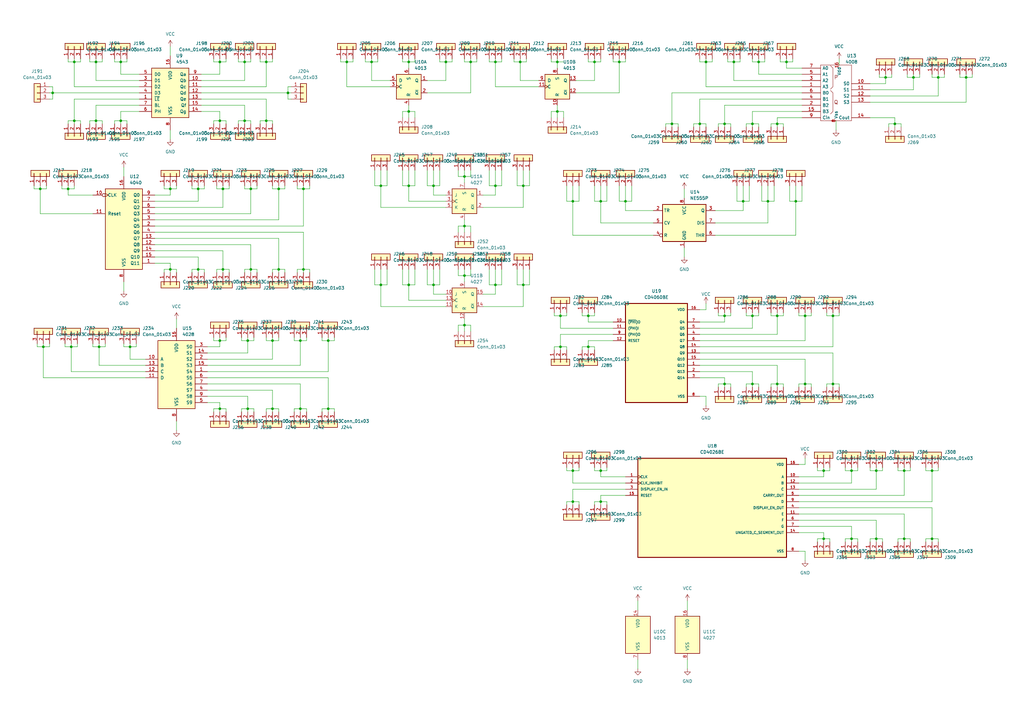
<source format=kicad_sch>
(kicad_sch (version 20220104) (generator eeschema)
  (paper "A3")
  (junction (at 21.59 38.1))
  (junction (at 167.64 116.84))
  (junction (at 243.84 25.4))
  (junction (at 190.5 133.35))
  (junction (at 167.64 45.72))
  (junction (at 30.48 49.53))
  (junction (at 382.27 193.04))
  (junction (at 81.28 110.49))
  (junction (at 337.82 193.04))
  (junction (at 289.56 25.4))
  (junction (at 330.2 129.54))
  (junction (at 193.04 25.4))
  (junction (at 49.53 25.4))
  (junction (at 228.6 25.4))
  (junction (at 118.11 38.1))
  (junction (at 114.3 77.47))
  (junction (at 363.22 31.75))
  (junction (at 69.85 77.47))
  (junction (at 246.38 205.74))
  (junction (at 318.77 157.48))
  (junction (at 39.37 25.4))
  (junction (at 109.22 49.53))
  (junction (at 100.33 25.4))
  (junction (at 124.46 77.47))
  (junction (at 16.51 77.47))
  (junction (at 318.77 50.8))
  (junction (at 234.95 205.74))
  (junction (at 156.21 76.2))
  (junction (at 53.34 142.24))
  (junction (at 300.99 25.4))
  (junction (at 30.48 25.4))
  (junction (at 311.15 25.4))
  (junction (at 256.54 82.55))
  (junction (at 203.2 76.2))
  (junction (at 341.63 157.48))
  (junction (at 123.19 139.7))
  (junction (at 228.6 45.72))
  (junction (at 190.5 113.03))
  (junction (at 229.87 142.24))
  (junction (at 111.76 167.64))
  (junction (at 330.2 157.48))
  (junction (at 308.61 157.48))
  (junction (at 109.22 25.4))
  (junction (at 40.64 142.24))
  (junction (at 275.59 50.8))
  (junction (at 349.25 193.04))
  (junction (at 297.18 129.54))
  (junction (at 102.87 77.47))
  (junction (at 318.77 129.54))
  (junction (at 297.18 50.8))
  (junction (at 100.33 49.53))
  (junction (at 203.2 25.4))
  (junction (at 322.58 25.4))
  (junction (at 91.44 110.49))
  (junction (at 156.21 116.84))
  (junction (at 326.39 82.55))
  (junction (at 152.4 25.4))
  (junction (at 81.28 77.47))
  (junction (at 124.46 110.49))
  (junction (at 287.02 50.8))
  (junction (at 39.37 49.53))
  (junction (at 367.03 50.8))
  (junction (at 229.87 129.54))
  (junction (at 90.17 167.64))
  (junction (at 359.41 193.04))
  (junction (at 308.61 50.8))
  (junction (at 142.24 25.4))
  (junction (at 241.3 142.24))
  (junction (at 349.25 220.98))
  (junction (at 111.76 139.7))
  (junction (at 396.24 31.75))
  (junction (at 337.82 220.98))
  (junction (at 182.88 25.4))
  (junction (at 190.5 92.71))
  (junction (at 190.5 72.39))
  (junction (at 101.6 139.7))
  (junction (at 17.78 142.24))
  (junction (at 213.36 25.4))
  (junction (at 297.18 157.48))
  (junction (at 359.41 220.98))
  (junction (at 134.62 167.64))
  (junction (at 91.44 77.47))
  (junction (at 234.95 82.55))
  (junction (at 234.95 193.04))
  (junction (at 167.64 76.2))
  (junction (at 254 25.4))
  (junction (at 246.38 82.55))
  (junction (at 134.62 139.7))
  (junction (at 27.94 77.47))
  (junction (at 341.63 129.54))
  (junction (at 384.81 31.75))
  (junction (at 49.53 49.53))
  (junction (at 167.64 25.4))
  (junction (at 102.87 110.49))
  (junction (at 203.2 116.84))
  (junction (at 214.63 76.2))
  (junction (at 69.85 110.49))
  (junction (at 90.17 49.53))
  (junction (at 370.84 193.04))
  (junction (at 177.8 116.84))
  (junction (at 90.17 139.7))
  (junction (at 114.3 110.49))
  (junction (at 370.84 220.98))
  (junction (at 314.96 82.55))
  (junction (at 177.8 76.2))
  (junction (at 214.63 116.84))
  (junction (at 308.61 129.54))
  (junction (at 374.65 31.75))
  (junction (at 29.21 142.24))
  (junction (at 123.19 167.64))
  (junction (at 241.3 129.54))
  (junction (at 382.27 220.98))
  (junction (at 246.38 193.04))
  (junction (at 304.8 82.55))
  (junction (at 90.17 25.4))
  (junction (at 101.6 167.64))
  (wire (pts (xy 200.66 24.13) (xy 200.66 25.4)))
  (wire (pts (xy 78.74 111.76) (xy 78.74 110.49)))
  (wire (pts (xy 379.73 193.04) (xy 379.73 191.77)))
  (wire (pts (xy 341.63 157.48) (xy 339.09 157.48)))
  (wire (pts (xy 144.78 24.13) (xy 144.78 25.4)))
  (wire (pts (xy 287.02 24.13) (xy 287.02 25.4)))
  (wire (pts (xy 214.63 76.2) (xy 214.63 69.85)))
  (wire (pts (xy 370.84 222.25) (xy 370.84 220.98)))
  (wire (pts (xy 33.02 24.13) (xy 33.02 25.4)))
  (wire (pts (xy 87.63 24.13) (xy 87.63 25.4)))
  (wire (pts (xy 232.41 129.54) (xy 229.87 129.54)))
  (wire (pts (xy 38.1 142.24) (xy 40.64 142.24)))
  (wire (pts (xy 297.18 158.75) (xy 297.18 157.48)))
  (wire (pts (xy 149.86 24.13) (xy 149.86 25.4)))
  (wire (pts (xy 232.41 82.55) (xy 234.95 82.55)))
  (wire (pts (xy 227.33 143.51) (xy 227.33 142.24)))
  (wire (pts (xy 361.95 222.25) (xy 361.95 220.98)))
  (wire (pts (xy 116.84 110.49) (xy 114.3 110.49)))
  (wire (pts (xy 72.39 111.76) (xy 72.39 110.49)))
  (wire (pts (xy 294.64 52.07) (xy 294.64 50.8)))
  (wire (pts (xy 190.5 92.71) (xy 190.5 95.25)))
  (wire (pts (xy 111.76 77.47) (xy 114.3 77.47)))
  (wire (pts (xy 229.87 142.24) (xy 229.87 143.51)))
  (wire (pts (xy 182.88 123.19) (xy 167.64 123.19)))
  (wire (pts (xy 360.68 30.48) (xy 360.68 31.75)))
  (wire (pts (xy 308.61 128.27) (xy 308.61 129.54)))
  (wire (pts (xy 36.83 50.8) (xy 36.83 49.53)))
  (wire (pts (xy 85.09 142.24) (xy 90.17 142.24)))
  (wire (pts (xy 237.49 207.01) (xy 237.49 205.74)))
  (wire (pts (xy 39.37 25.4) (xy 39.37 24.13)))
  (wire (pts (xy 293.37 91.44) (xy 314.96 91.44)))
  (wire (pts (xy 36.83 25.4) (xy 39.37 25.4)))
  (wire (pts (xy 120.65 167.64) (xy 123.19 167.64)))
  (wire (pts (xy 57.15 45.72) (xy 49.53 45.72)))
  (wire (pts (xy 254 82.55) (xy 256.54 82.55)))
  (wire (pts (xy 289.56 24.13) (xy 289.56 25.4)))
  (wire (pts (xy 87.63 49.53) (xy 90.17 49.53)))
  (wire (pts (xy 52.07 49.53) (xy 49.53 49.53)))
  (wire (pts (xy 121.92 76.2) (xy 121.92 77.47)))
  (wire (pts (xy 246.38 82.55) (xy 246.38 76.2)))
  (wire (pts (xy 308.61 158.75) (xy 308.61 157.48)))
  (wire (pts (xy 57.15 40.64) (xy 30.48 40.64)))
  (wire (pts (xy 316.23 158.75) (xy 316.23 157.48)))
  (wire (pts (xy 234.95 198.12) (xy 234.95 193.04)))
  (wire (pts (xy 287.02 154.94) (xy 297.18 154.94)))
  (wire (pts (xy 359.41 193.04) (xy 359.41 200.66)))
  (wire (pts (xy 318.77 52.07) (xy 318.77 50.8)))
  (wire (pts (xy 299.72 157.48) (xy 297.18 157.48)))
  (wire (pts (xy 102.87 87.63) (xy 63.5 87.63)))
  (wire (pts (xy 281.94 270.51) (xy 281.94 274.32)))
  (wire (pts (xy 213.36 25.4) (xy 213.36 24.13)))
  (wire (pts (xy 344.17 128.27) (xy 344.17 129.54)))
  (wire (pts (xy 300.99 33.02) (xy 328.93 33.02)))
  (wire (pts (xy 379.73 220.98) (xy 379.73 222.25)))
  (wire (pts (xy 40.64 149.86) (xy 59.69 149.86)))
  (wire (pts (xy 232.41 76.2) (xy 232.41 82.55)))
  (wire (pts (xy 81.28 105.41) (xy 63.5 105.41)))
  (wire (pts (xy 232.41 207.01) (xy 232.41 205.74)))
  (wire (pts (xy 53.34 147.32) (xy 53.34 142.24)))
  (wire (pts (xy 182.88 120.65) (xy 177.8 120.65)))
  (wire (pts (xy 52.07 50.8) (xy 52.07 49.53)))
  (wire (pts (xy 102.87 100.33) (xy 63.5 100.33)))
  (wire (pts (xy 50.8 140.97) (xy 50.8 142.24)))
  (wire (pts (xy 243.84 207.01) (xy 243.84 205.74)))
  (wire (pts (xy 231.14 48.26) (xy 231.14 45.72)))
  (wire (pts (xy 85.09 147.32) (xy 111.76 147.32)))
  (wire (pts (xy 237.49 193.04) (xy 234.95 193.04)))
  (wire (pts (xy 195.58 24.13) (xy 195.58 25.4)))
  (wire (pts (xy 316.23 52.07) (xy 316.23 50.8)))
  (wire (pts (xy 85.09 144.78) (xy 101.6 144.78)))
  (wire (pts (xy 302.26 76.2) (xy 302.26 82.55)))
  (wire (pts (xy 332.74 158.75) (xy 332.74 157.48)))
  (wire (pts (xy 332.74 157.48) (xy 330.2 157.48)))
  (wire (pts (xy 293.37 96.52) (xy 326.39 96.52)))
  (wire (pts (xy 101.6 167.64) (xy 101.6 162.56)))
  (wire (pts (xy 52.07 24.13) (xy 52.07 25.4)))
  (wire (pts (xy 36.83 49.53) (xy 39.37 49.53)))
  (wire (pts (xy 360.68 31.75) (xy 363.22 31.75)))
  (wire (pts (xy 185.42 24.13) (xy 185.42 25.4)))
  (wire (pts (xy 124.46 95.25) (xy 63.5 95.25)))
  (wire (pts (xy 234.95 82.55) (xy 234.95 76.2)))
  (wire (pts (xy 232.41 191.77) (xy 232.41 193.04)))
  (wire (pts (xy 46.99 49.53) (xy 49.53 49.53)))
  (wire (pts (xy 114.3 111.76) (xy 114.3 110.49)))
  (wire (pts (xy 116.84 111.76) (xy 116.84 110.49)))
  (wire (pts (xy 316.23 129.54) (xy 318.77 129.54)))
  (wire (pts (xy 248.92 191.77) (xy 248.92 193.04)))
  (wire (pts (xy 21.59 35.56) (xy 21.59 38.1)))
  (wire (pts (xy 187.96 110.49) (xy 187.96 113.03)))
  (wire (pts (xy 256.54 24.13) (xy 256.54 25.4)))
  (wire (pts (xy 316.23 157.48) (xy 318.77 157.48)))
  (wire (pts (xy 180.34 24.13) (xy 180.34 25.4)))
  (wire (pts (xy 278.13 52.07) (xy 278.13 50.8)))
  (wire (pts (xy 356.87 220.98) (xy 359.41 220.98)))
  (wire (pts (xy 81.28 77.47) (xy 81.28 82.55)))
  (wire (pts (xy 111.76 110.49) (xy 114.3 110.49)))
  (wire (pts (xy 90.17 168.91) (xy 90.17 167.64)))
  (wire (pts (xy 190.5 130.81) (xy 190.5 133.35)))
  (wire (pts (xy 106.68 50.8) (xy 106.68 49.53)))
  (wire (pts (xy 109.22 40.64) (xy 109.22 49.53)))
  (wire (pts (xy 88.9 111.76) (xy 88.9 110.49)))
  (wire (pts (xy 92.71 50.8) (xy 92.71 49.53)))
  (wire (pts (xy 325.12 24.13) (xy 325.12 25.4)))
  (wire (pts (xy 111.76 50.8) (xy 111.76 49.53)))
  (wire (pts (xy 114.3 77.47) (xy 114.3 76.2)))
  (wire (pts (xy 175.26 69.85) (xy 175.26 76.2)))
  (wire (pts (xy 243.84 33.02) (xy 243.84 25.4)))
  (wire (pts (xy 297.18 52.07) (xy 297.18 50.8)))
  (wire (pts (xy 369.57 52.07) (xy 369.57 50.8)))
  (wire (pts (xy 311.15 24.13) (xy 311.15 25.4)))
  (wire (pts (xy 304.8 82.55) (xy 304.8 76.2)))
  (wire (pts (xy 190.5 25.4) (xy 193.04 25.4)))
  (wire (pts (xy 369.57 50.8) (xy 367.03 50.8)))
  (wire (pts (xy 175.26 38.1) (xy 193.04 38.1)))
  (wire (pts (xy 81.28 76.2) (xy 81.28 77.47)))
  (wire (pts (xy 102.87 25.4) (xy 100.33 25.4)))
  (wire (pts (xy 109.22 139.7) (xy 111.76 139.7)))
  (wire (pts (xy 170.18 69.85) (xy 170.18 76.2)))
  (wire (pts (xy 308.61 45.72) (xy 328.93 45.72)))
  (wire (pts (xy 33.02 49.53) (xy 30.48 49.53)))
  (wire (pts (xy 299.72 128.27) (xy 299.72 129.54)))
  (wire (pts (xy 363.22 31.75) (xy 363.22 34.29)))
  (wire (pts (xy 256.54 200.66) (xy 234.95 200.66)))
  (wire (pts (xy 88.9 110.49) (xy 91.44 110.49)))
  (wire (pts (xy 228.6 24.13) (xy 228.6 25.4)))
  (wire (pts (xy 217.17 69.85) (xy 217.17 76.2)))
  (wire (pts (xy 190.5 133.35) (xy 190.5 135.89)))
  (wire (pts (xy 321.31 157.48) (xy 318.77 157.48)))
  (wire (pts (xy 382.27 208.28) (xy 382.27 220.98)))
  (wire (pts (xy 368.3 191.77) (xy 368.3 193.04)))
  (wire (pts (xy 111.76 138.43) (xy 111.76 139.7)))
  (wire (pts (xy 81.28 111.76) (xy 81.28 110.49)))
  (wire (pts (xy 90.17 45.72) (xy 90.17 49.53)))
  (wire (pts (xy 243.84 129.54) (xy 241.3 129.54)))
  (wire (pts (xy 335.28 220.98) (xy 337.82 220.98)))
  (wire (pts (xy 99.06 138.43) (xy 99.06 139.7)))
  (wire (pts (xy 165.1 69.85) (xy 165.1 76.2)))
  (wire (pts (xy 182.88 25.4) (xy 182.88 24.13)))
  (wire (pts (xy 69.85 110.49) (xy 69.85 107.95)))
  (wire (pts (xy 377.19 31.75) (xy 374.65 31.75)))
  (wire (pts (xy 256.54 203.2) (xy 246.38 203.2)))
  (wire (pts (xy 359.41 191.77) (xy 359.41 193.04)))
  (wire (pts (xy 304.8 86.36) (xy 304.8 82.55)))
  (wire (pts (xy 27.94 50.8) (xy 27.94 49.53)))
  (wire (pts (xy 132.08 138.43) (xy 132.08 139.7)))
  (wire (pts (xy 193.04 113.03) (xy 190.5 113.03)))
  (wire (pts (xy 67.31 110.49) (xy 69.85 110.49)))
  (wire (pts (xy 294.64 158.75) (xy 294.64 157.48)))
  (wire (pts (xy 374.65 31.75) (xy 374.65 36.83)))
  (wire (pts (xy 382.27 193.04) (xy 379.73 193.04)))
  (wire (pts (xy 104.14 167.64) (xy 101.6 167.64)))
  (wire (pts (xy 297.18 157.48) (xy 297.18 154.94)))
  (wire (pts (xy 92.71 49.53) (xy 90.17 49.53)))
  (wire (pts (xy 205.74 24.13) (xy 205.74 25.4)))
  (wire (pts (xy 341.63 144.78) (xy 341.63 157.48)))
  (wire (pts (xy 337.82 191.77) (xy 337.82 193.04)))
  (wire (pts (xy 349.25 220.98) (xy 349.25 215.9)))
  (wire (pts (xy 156.21 116.84) (xy 156.21 110.49)))
  (wire (pts (xy 241.3 25.4) (xy 243.84 25.4)))
  (wire (pts (xy 154.94 25.4) (xy 152.4 25.4)))
  (wire (pts (xy 167.64 76.2) (xy 167.64 69.85)))
  (wire (pts (xy 256.54 25.4) (xy 254 25.4)))
  (wire (pts (xy 275.59 38.1) (xy 275.59 50.8)))
  (wire (pts (xy 304.8 86.36) (xy 293.37 86.36)))
  (wire (pts (xy 246.38 91.44) (xy 246.38 82.55)))
  (wire (pts (xy 106.68 49.53) (xy 109.22 49.53)))
  (wire (pts (xy 29.21 142.24) (xy 29.21 140.97)))
  (wire (pts (xy 313.69 24.13) (xy 313.69 25.4)))
  (wire (pts (xy 193.04 69.85) (xy 193.04 72.39)))
  (wire (pts (xy 21.59 40.64) (xy 21.59 38.1)))
  (wire (pts (xy 180.34 69.85) (xy 180.34 76.2)))
  (wire (pts (xy 229.87 134.62) (xy 229.87 129.54)))
  (wire (pts (xy 105.41 76.2) (xy 105.41 77.47)))
  (wire (pts (xy 234.95 193.04) (xy 234.95 191.77)))
  (wire (pts (xy 134.62 139.7) (xy 134.62 138.43)))
  (wire (pts (xy 156.21 125.73) (xy 156.21 116.84)))
  (wire (pts (xy 351.79 191.77) (xy 351.79 193.04)))
  (wire (pts (xy 306.07 128.27) (xy 306.07 129.54)))
  (wire (pts (xy 127 76.2) (xy 127 77.47)))
  (wire (pts (xy 137.16 138.43) (xy 137.16 139.7)))
  (wire (pts (xy 41.91 49.53) (xy 39.37 49.53)))
  (wire (pts (xy 160.02 33.02) (xy 152.4 33.02)))
  (wire (pts (xy 111.76 25.4) (xy 109.22 25.4)))
  (wire (pts (xy 99.06 139.7) (xy 101.6 139.7)))
  (wire (pts (xy 351.79 193.04) (xy 349.25 193.04)))
  (wire (pts (xy 88.9 76.2) (xy 88.9 77.47)))
  (wire (pts (xy 327.66 213.36) (xy 359.41 213.36)))
  (wire (pts (xy 139.7 24.13) (xy 139.7 25.4)))
  (wire (pts (xy 193.04 110.49) (xy 193.04 113.03)))
  (wire (pts (xy 187.96 95.25) (xy 187.96 92.71)))
  (wire (pts (xy 318.77 157.48) (xy 318.77 149.86)))
  (wire (pts (xy 91.44 85.09) (xy 63.5 85.09)))
  (wire (pts (xy 177.8 116.84) (xy 177.8 110.49)))
  (wire (pts (xy 323.85 76.2) (xy 323.85 82.55)))
  (wire (pts (xy 234.95 96.52) (xy 234.95 82.55)))
  (wire (pts (xy 180.34 110.49) (xy 180.34 116.84)))
  (wire (pts (xy 121.92 110.49) (xy 124.46 110.49)))
  (wire (pts (xy 303.53 24.13) (xy 303.53 25.4)))
  (wire (pts (xy 287.02 134.62) (xy 308.61 134.62)))
  (wire (pts (xy 308.61 25.4) (xy 311.15 25.4)))
  (wire (pts (xy 256.54 198.12) (xy 234.95 198.12)))
  (wire (pts (xy 251.46 139.7) (xy 241.3 139.7)))
  (wire (pts (xy 30.48 40.64) (xy 30.48 49.53)))
  (wire (pts (xy 364.49 50.8) (xy 367.03 50.8)))
  (wire (pts (xy 382.27 31.75) (xy 384.81 31.75)))
  (wire (pts (xy 364.49 52.07) (xy 364.49 50.8)))
  (wire (pts (xy 72.39 76.2) (xy 72.39 77.47)))
  (wire (pts (xy 382.27 220.98) (xy 379.73 220.98)))
  (wire (pts (xy 82.55 33.02) (xy 100.33 33.02)))
  (wire (pts (xy 187.96 69.85) (xy 187.96 72.39)))
  (wire (pts (xy 123.19 138.43) (xy 123.19 139.7)))
  (wire (pts (xy 111.76 76.2) (xy 111.76 77.47)))
  (wire (pts (xy 175.26 110.49) (xy 175.26 116.84)))
  (wire (pts (xy 328.93 40.64) (xy 287.02 40.64)))
  (wire (pts (xy 170.18 76.2) (xy 167.64 76.2)))
  (wire (pts (xy 100.33 49.53) (xy 100.33 50.8)))
  (wire (pts (xy 142.24 24.13) (xy 142.24 25.4)))
  (wire (pts (xy 306.07 158.75) (xy 306.07 157.48)))
  (wire (pts (xy 137.16 167.64) (xy 134.62 167.64)))
  (wire (pts (xy 330.2 226.06) (xy 330.2 229.87)))
  (wire (pts (xy 165.1 48.26) (xy 165.1 45.72)))
  (wire (pts (xy 278.13 50.8) (xy 275.59 50.8)))
  (wire (pts (xy 50.8 142.24) (xy 53.34 142.24)))
  (wire (pts (xy 27.94 24.13) (xy 27.94 25.4)))
  (wire (pts (xy 306.07 157.48) (xy 308.61 157.48)))
  (wire (pts (xy 13.97 77.47) (xy 16.51 77.47)))
  (wire (pts (xy 101.6 139.7) (xy 101.6 144.78)))
  (wire (pts (xy 275.59 38.1) (xy 328.93 38.1)))
  (wire (pts (xy 83.82 76.2) (xy 83.82 77.47)))
  (wire (pts (xy 300.99 25.4) (xy 300.99 33.02)))
  (wire (pts (xy 165.1 24.13) (xy 165.1 25.4)))
  (wire (pts (xy 85.09 149.86) (xy 123.19 149.86)))
  (wire (pts (xy 316.23 128.27) (xy 316.23 129.54)))
  (wire (pts (xy 137.16 168.91) (xy 137.16 167.64)))
  (wire (pts (xy 31.75 142.24) (xy 29.21 142.24)))
  (wire (pts (xy 306.07 50.8) (xy 308.61 50.8)))
  (wire (pts (xy 243.84 142.24) (xy 241.3 142.24)))
  (wire (pts (xy 120.65 168.91) (xy 120.65 167.64)))
  (wire (pts (xy 114.3 97.79) (xy 63.5 97.79)))
  (wire (pts (xy 105.41 111.76) (xy 105.41 110.49)))
  (wire (pts (xy 167.64 45.72) (xy 167.64 48.26)))
  (wire (pts (xy 132.08 168.91) (xy 132.08 167.64)))
  (wire (pts (xy 256.54 86.36) (xy 267.97 86.36)))
  (wire (pts (xy 318.77 50.8) (xy 318.77 48.26)))
  (wire (pts (xy 87.63 167.64) (xy 90.17 167.64)))
  (wire (pts (xy 43.18 142.24) (xy 40.64 142.24)))
  (wire (pts (xy 203.2 76.2) (xy 203.2 69.85)))
  (wire (pts (xy 237.49 82.55) (xy 234.95 82.55)))
  (wire (pts (xy 21.59 38.1) (xy 57.15 38.1)))
  (wire (pts (xy 203.2 120.65) (xy 203.2 116.84)))
  (wire (pts (xy 346.71 220.98) (xy 349.25 220.98)))
  (wire (pts (xy 332.74 129.54) (xy 330.2 129.54)))
  (wire (pts (xy 85.09 152.4) (xy 134.62 152.4)))
  (wire (pts (xy 69.85 19.05) (xy 69.85 22.86)))
  (wire (pts (xy 251.46 137.16) (xy 229.87 137.16)))
  (wire (pts (xy 153.67 69.85) (xy 153.67 76.2)))
  (wire (pts (xy 97.79 24.13) (xy 97.79 25.4)))
  (wire (pts (xy 210.82 25.4) (xy 213.36 25.4)))
  (wire (pts (xy 320.04 24.13) (xy 320.04 25.4)))
  (wire (pts (xy 90.17 30.48) (xy 90.17 25.4)))
  (wire (pts (xy 398.78 31.75) (xy 396.24 31.75)))
  (wire (pts (xy 20.32 40.64) (xy 21.59 40.64)))
  (wire (pts (xy 170.18 116.84) (xy 167.64 116.84)))
  (wire (pts (xy 373.38 191.77) (xy 373.38 193.04)))
  (wire (pts (xy 100.33 76.2) (xy 100.33 77.47)))
  (wire (pts (xy 384.81 193.04) (xy 382.27 193.04)))
  (wire (pts (xy 205.74 69.85) (xy 205.74 76.2)))
  (wire (pts (xy 114.3 168.91) (xy 114.3 167.64)))
  (wire (pts (xy 393.7 30.48) (xy 393.7 31.75)))
  (wire (pts (xy 127 111.76) (xy 127 110.49)))
  (wire (pts (xy 90.17 138.43) (xy 90.17 139.7)))
  (wire (pts (xy 187.96 133.35) (xy 190.5 133.35)))
  (wire (pts (xy 251.46 24.13) (xy 251.46 25.4)))
  (wire (pts (xy 92.71 138.43) (xy 92.71 139.7)))
  (wire (pts (xy 82.55 45.72) (xy 90.17 45.72)))
  (wire (pts (xy 200.66 69.85) (xy 200.66 76.2)))
  (wire (pts (xy 237.49 205.74) (xy 234.95 205.74)))
  (wire (pts (xy 106.68 25.4) (xy 109.22 25.4)))
  (wire (pts (xy 322.58 25.4) (xy 322.58 27.94)))
  (wire (pts (xy 382.27 191.77) (xy 382.27 193.04)))
  (wire (pts (xy 287.02 147.32) (xy 330.2 147.32)))
  (wire (pts (xy 340.36 222.25) (xy 340.36 220.98)))
  (wire (pts (xy 344.17 157.48) (xy 341.63 157.48)))
  (wire (pts (xy 232.41 128.27) (xy 232.41 129.54)))
  (wire (pts (xy 156.21 85.09) (xy 156.21 76.2)))
  (wire (pts (xy 335.28 222.25) (xy 335.28 220.98)))
  (wire (pts (xy 123.19 139.7) (xy 123.19 149.86)))
  (wire (pts (xy 102.87 49.53) (xy 100.33 49.53)))
  (wire (pts (xy 344.17 158.75) (xy 344.17 157.48)))
  (wire (pts (xy 298.45 24.13) (xy 298.45 25.4)))
  (wire (pts (xy 167.64 82.55) (xy 167.64 76.2)))
  (wire (pts (xy 91.44 111.76) (xy 91.44 110.49)))
  (wire (pts (xy 374.65 30.48) (xy 374.65 31.75)))
  (wire (pts (xy 337.82 220.98) (xy 337.82 218.44)))
  (wire (pts (xy 187.96 72.39) (xy 190.5 72.39)))
  (wire (pts (xy 326.39 82.55) (xy 326.39 76.2)))
  (wire (pts (xy 322.58 27.94) (xy 328.93 27.94)))
  (wire (pts (xy 69.85 53.34) (xy 69.85 57.15)))
  (wire (pts (xy 321.31 52.07) (xy 321.31 50.8)))
  (wire (pts (xy 182.88 82.55) (xy 167.64 82.55)))
  (wire (pts (xy 330.2 129.54) (xy 330.2 139.7)))
  (wire (pts (xy 328.93 76.2) (xy 328.93 82.55)))
  (wire (pts (xy 273.05 52.07) (xy 273.05 50.8)))
  (wire (pts (xy 85.09 157.48) (xy 123.19 157.48)))
  (wire (pts (xy 17.78 154.94) (xy 59.69 154.94)))
  (wire (pts (xy 104.14 168.91) (xy 104.14 167.64)))
  (wire (pts (xy 311.15 128.27) (xy 311.15 129.54)))
  (wire (pts (xy 69.85 80.01) (xy 63.5 80.01)))
  (wire (pts (xy 340.36 191.77) (xy 340.36 193.04)))
  (wire (pts (xy 248.92 76.2) (xy 248.92 82.55)))
  (wire (pts (xy 93.98 110.49) (xy 91.44 110.49)))
  (wire (pts (xy 15.24 142.24) (xy 17.78 142.24)))
  (wire (pts (xy 118.11 35.56) (xy 118.11 38.1)))
  (wire (pts (xy 370.84 193.04) (xy 370.84 203.2)))
  (wire (pts (xy 299.72 52.07) (xy 299.72 50.8)))
  (wire (pts (xy 88.9 77.47) (xy 91.44 77.47)))
  (wire (pts (xy 297.18 128.27) (xy 297.18 129.54)))
  (wire (pts (xy 238.76 129.54) (xy 241.3 129.54)))
  (wire (pts (xy 111.76 139.7) (xy 111.76 147.32)))
  (wire (pts (xy 377.19 30.48) (xy 377.19 31.75)))
  (wire (pts (xy 109.22 138.43) (xy 109.22 139.7)))
  (wire (pts (xy 372.11 30.48) (xy 372.11 31.75)))
  (wire (pts (xy 187.96 92.71) (xy 190.5 92.71)))
  (wire (pts (xy 104.14 138.43) (xy 104.14 139.7)))
  (wire (pts (xy 165.1 110.49) (xy 165.1 116.84)))
  (wire (pts (xy 311.15 129.54) (xy 308.61 129.54)))
  (wire (pts (xy 226.06 45.72) (xy 228.6 45.72)))
  (wire (pts (xy 39.37 49.53) (xy 39.37 50.8)))
  (wire (pts (xy 241.3 24.13) (xy 241.3 25.4)))
  (wire (pts (xy 267.97 96.52) (xy 234.95 96.52)))
  (wire (pts (xy 203.2 24.13) (xy 203.2 25.4)))
  (wire (pts (xy 243.84 82.55) (xy 246.38 82.55)))
  (wire (pts (xy 92.71 139.7) (xy 90.17 139.7)))
  (wire (pts (xy 359.41 222.25) (xy 359.41 220.98)))
  (wire (pts (xy 85.09 154.94) (xy 134.62 154.94)))
  (wire (pts (xy 259.08 76.2) (xy 259.08 82.55)))
  (wire (pts (xy 170.18 48.26) (xy 170.18 45.72)))
  (wire (pts (xy 373.38 220.98) (xy 370.84 220.98)))
  (wire (pts (xy 384.81 30.48) (xy 384.81 31.75)))
  (wire (pts (xy 256.54 195.58) (xy 246.38 195.58)))
  (wire (pts (xy 116.84 77.47) (xy 114.3 77.47)))
  (wire (pts (xy 52.07 25.4) (xy 49.53 25.4)))
  (wire (pts (xy 20.32 140.97) (xy 20.32 142.24)))
  (wire (pts (xy 49.53 45.72) (xy 49.53 49.53)))
  (wire (pts (xy 67.31 111.76) (xy 67.31 110.49)))
  (wire (pts (xy 308.61 45.72) (xy 308.61 50.8)))
  (wire (pts (xy 373.38 193.04) (xy 370.84 193.04)))
  (wire (pts (xy 248.92 82.55) (xy 246.38 82.55)))
  (wire (pts (xy 27.94 77.47) (xy 27.94 76.2)))
  (wire (pts (xy 19.05 77.47) (xy 16.51 77.47)))
  (wire (pts (xy 298.45 25.4) (xy 300.99 25.4)))
  (wire (pts (xy 308.61 24.13) (xy 308.61 25.4)))
  (wire (pts (xy 50.8 115.57) (xy 50.8 119.38)))
  (wire (pts (xy 382.27 30.48) (xy 382.27 31.75)))
  (wire (pts (xy 321.31 128.27) (xy 321.31 129.54)))
  (wire (pts (xy 308.61 52.07) (xy 308.61 50.8)))
  (wire (pts (xy 384.81 191.77) (xy 384.81 193.04)))
  (wire (pts (xy 109.22 168.91) (xy 109.22 167.64)))
  (wire (pts (xy 396.24 31.75) (xy 396.24 41.91)))
  (wire (pts (xy 351.79 222.25) (xy 351.79 220.98)))
  (wire (pts (xy 292.1 25.4) (xy 289.56 25.4)))
  (wire (pts (xy 374.65 36.83) (xy 356.87 36.83)))
  (wire (pts (xy 212.09 76.2) (xy 214.63 76.2)))
  (wire (pts (xy 373.38 222.25) (xy 373.38 220.98)))
  (wire (pts (xy 217.17 116.84) (xy 214.63 116.84)))
  (wire (pts (xy 228.6 43.18) (xy 228.6 45.72)))
  (wire (pts (xy 109.22 35.56) (xy 109.22 25.4)))
  (wire (pts (xy 125.73 167.64) (xy 123.19 167.64)))
  (wire (pts (xy 92.71 25.4) (xy 90.17 25.4)))
  (wire (pts (xy 142.24 35.56) (xy 160.02 35.56)))
  (wire (pts (xy 349.25 193.04) (xy 349.25 198.12)))
  (wire (pts (xy 339.09 157.48) (xy 339.09 158.75)))
  (wire (pts (xy 187.96 135.89) (xy 187.96 133.35)))
  (wire (pts (xy 251.46 25.4) (xy 254 25.4)))
  (wire (pts (xy 384.81 222.25) (xy 384.81 220.98)))
  (wire (pts (xy 82.55 35.56) (xy 109.22 35.56)))
  (wire (pts (xy 120.65 139.7) (xy 123.19 139.7)))
  (wire (pts (xy 243.84 143.51) (xy 243.84 142.24)))
  (wire (pts (xy 337.82 193.04) (xy 337.82 195.58)))
  (wire (pts (xy 248.92 205.74) (xy 246.38 205.74)))
  (wire (pts (xy 38.1 80.01) (xy 27.94 80.01)))
  (wire (pts (xy 125.73 168.91) (xy 125.73 167.64)))
  (wire (pts (xy 341.63 128.27) (xy 341.63 129.54)))
  (wire (pts (xy 327.66 218.44) (xy 337.82 218.44)))
  (wire (pts (xy 85.09 165.1) (xy 90.17 165.1)))
  (wire (pts (xy 330.2 128.27) (xy 330.2 129.54)))
  (wire (pts (xy 87.63 168.91) (xy 87.63 167.64)))
  (wire (pts (xy 93.98 76.2) (xy 93.98 77.47)))
  (wire (pts (xy 340.36 193.04) (xy 337.82 193.04)))
  (wire (pts (xy 368.3 222.25) (xy 368.3 220.98)))
  (wire (pts (xy 78.74 77.47) (xy 81.28 77.47)))
  (wire (pts (xy 368.3 193.04) (xy 370.84 193.04)))
  (wire (pts (xy 237.49 191.77) (xy 237.49 193.04)))
  (wire (pts (xy 246.38 195.58) (xy 246.38 193.04)))
  (wire (pts (xy 177.8 80.01) (xy 177.8 76.2)))
  (wire (pts (xy 134.62 152.4) (xy 134.62 139.7)))
  (wire (pts (xy 226.06 25.4) (xy 228.6 25.4)))
  (wire (pts (xy 190.5 69.85) (xy 190.5 72.39)))
  (wire (pts (xy 102.87 111.76) (xy 102.87 110.49)))
  (wire (pts (xy 170.18 110.49) (xy 170.18 116.84)))
  (wire (pts (xy 294.64 50.8) (xy 297.18 50.8)))
  (wire (pts (xy 170.18 24.13) (xy 170.18 25.4)))
  (wire (pts (xy 69.85 76.2) (xy 69.85 77.47)))
  (wire (pts (xy 182.88 33.02) (xy 182.88 25.4)))
  (wire (pts (xy 57.15 33.02) (xy 39.37 33.02)))
  (wire (pts (xy 367.03 48.26) (xy 356.87 48.26)))
  (wire (pts (xy 43.18 140.97) (xy 43.18 142.24)))
  (wire (pts (xy 27.94 80.01) (xy 27.94 77.47)))
  (wire (pts (xy 72.39 130.81) (xy 72.39 134.62)))
  (wire (pts (xy 251.46 132.08) (xy 241.3 132.08)))
  (wire (pts (xy 31.75 140.97) (xy 31.75 142.24)))
  (wire (pts (xy 16.51 77.47) (xy 16.51 76.2)))
  (wire (pts (xy 17.78 142.24) (xy 17.78 154.94)))
  (wire (pts (xy 318.77 129.54) (xy 318.77 137.16)))
  (wire (pts (xy 325.12 25.4) (xy 322.58 25.4)))
  (wire (pts (xy 243.84 76.2) (xy 243.84 82.55)))
  (wire (pts (xy 185.42 25.4) (xy 182.88 25.4)))
  (wire (pts (xy 180.34 76.2) (xy 177.8 76.2)))
  (wire (pts (xy 55.88 140.97) (xy 55.88 142.24)))
  (wire (pts (xy 182.88 125.73) (xy 156.21 125.73)))
  (wire (pts (xy 365.76 31.75) (xy 363.22 31.75)))
  (wire (pts (xy 193.04 135.89) (xy 193.04 133.35)))
  (wire (pts (xy 30.48 76.2) (xy 30.48 77.47)))
  (wire (pts (xy 111.76 168.91) (xy 111.76 167.64)))
  (wire (pts (xy 384.81 31.75) (xy 384.81 39.37)))
  (wire (pts (xy 92.71 24.13) (xy 92.71 25.4)))
  (wire (pts (xy 327.66 210.82) (xy 370.84 210.82)))
  (wire (pts (xy 284.48 50.8) (xy 287.02 50.8)))
  (wire (pts (xy 49.53 49.53) (xy 49.53 50.8)))
  (wire (pts (xy 226.06 48.26) (xy 226.06 45.72)))
  (wire (pts (xy 120.65 138.43) (xy 120.65 139.7)))
  (wire (pts (xy 308.61 129.54) (xy 308.61 134.62)))
  (wire (pts (xy 134.62 167.64) (xy 134.62 168.91)))
  (wire (pts (xy 69.85 111.76) (xy 69.85 110.49)))
  (wire (pts (xy 41.91 24.13) (xy 41.91 25.4)))
  (wire (pts (xy 241.3 139.7) (xy 241.3 142.24)))
  (wire (pts (xy 281.94 246.38) (xy 281.94 250.19)))
  (wire (pts (xy 165.1 116.84) (xy 167.64 116.84)))
  (wire (pts (xy 158.75 110.49) (xy 158.75 116.84)))
  (wire (pts (xy 311.15 50.8) (xy 308.61 50.8)))
  (wire (pts (xy 203.2 116.84) (xy 203.2 110.49)))
  (wire (pts (xy 287.02 52.07) (xy 287.02 50.8)))
  (wire (pts (xy 19.05 76.2) (xy 19.05 77.47)))
  (wire (pts (xy 158.75 76.2) (xy 156.21 76.2)))
  (wire (pts (xy 119.38 38.1) (xy 118.11 38.1)))
  (wire (pts (xy 231.14 25.4) (xy 228.6 25.4)))
  (wire (pts (xy 153.67 76.2) (xy 156.21 76.2)))
  (wire (pts (xy 243.84 128.27) (xy 243.84 129.54)))
  (wire (pts (xy 320.04 25.4) (xy 322.58 25.4)))
  (wire (pts (xy 246.38 25.4) (xy 243.84 25.4)))
  (wire (pts (xy 203.2 35.56) (xy 220.98 35.56)))
  (wire (pts (xy 287.02 149.86) (xy 318.77 149.86)))
  (wire (pts (xy 261.62 246.38) (xy 261.62 250.19)))
  (wire (pts (xy 27.94 25.4) (xy 30.48 25.4)))
  (wire (pts (xy 111.76 167.64) (xy 111.76 160.02)))
  (wire (pts (xy 367.03 50.8) (xy 367.03 48.26)))
  (wire (pts (xy 85.09 162.56) (xy 101.6 162.56)))
  (wire (pts (xy 287.02 162.56) (xy 289.56 162.56)))
  (wire (pts (xy 243.84 205.74) (xy 246.38 205.74)))
  (wire (pts (xy 346.71 222.25) (xy 346.71 220.98)))
  (wire (pts (xy 102.87 110.49) (xy 102.87 100.33)))
  (wire (pts (xy 287.02 132.08) (xy 297.18 132.08)))
  (wire (pts (xy 372.11 31.75) (xy 374.65 31.75)))
  (wire (pts (xy 170.18 25.4) (xy 167.64 25.4)))
  (wire (pts (xy 328.93 82.55) (xy 326.39 82.55)))
  (wire (pts (xy 46.99 24.13) (xy 46.99 25.4)))
  (wire (pts (xy 25.4 77.47) (xy 27.94 77.47)))
  (wire (pts (xy 59.69 152.4) (xy 29.21 152.4)))
  (wire (pts (xy 327.66 157.48) (xy 330.2 157.48)))
  (wire (pts (xy 195.58 25.4) (xy 193.04 25.4)))
  (wire (pts (xy 248.92 207.01) (xy 248.92 205.74)))
  (wire (pts (xy 177.8 120.65) (xy 177.8 116.84)))
  (wire (pts (xy 246.38 203.2) (xy 246.38 205.74)))
  (wire (pts (xy 346.71 191.77) (xy 346.71 193.04)))
  (wire (pts (xy 297.18 129.54) (xy 297.18 132.08)))
  (wire (pts (xy 50.8 68.58) (xy 50.8 72.39)))
  (wire (pts (xy 158.75 116.84) (xy 156.21 116.84)))
  (wire (pts (xy 137.16 139.7) (xy 134.62 139.7)))
  (wire (pts (xy 83.82 77.47) (xy 81.28 77.47)))
  (wire (pts (xy 109.22 49.53) (xy 109.22 50.8)))
  (wire (pts (xy 318.77 48.26) (xy 328.93 48.26)))
  (wire (pts (xy 57.15 30.48) (xy 49.53 30.48)))
  (wire (pts (xy 384.81 39.37) (xy 356.87 39.37)))
  (wire (pts (xy 217.17 76.2) (xy 214.63 76.2)))
  (wire (pts (xy 102.87 76.2) (xy 102.87 77.47)))
  (wire (pts (xy 234.95 205.74) (xy 234.95 207.01)))
  (wire (pts (xy 261.62 270.51) (xy 261.62 274.32)))
  (wire (pts (xy 118.11 40.64) (xy 118.11 38.1)))
  (wire (pts (xy 212.09 116.84) (xy 214.63 116.84)))
  (wire (pts (xy 99.06 168.91) (xy 99.06 167.64)))
  (wire (pts (xy 36.83 24.13) (xy 36.83 25.4)))
  (wire (pts (xy 289.56 25.4) (xy 289.56 35.56)))
  (wire (pts (xy 267.97 91.44) (xy 246.38 91.44)))
  (wire (pts (xy 349.25 222.25) (xy 349.25 220.98)))
  (wire (pts (xy 93.98 77.47) (xy 91.44 77.47)))
  (wire (pts (xy 215.9 24.13) (xy 215.9 25.4)))
  (wire (pts (xy 180.34 25.4) (xy 182.88 25.4)))
  (wire (pts (xy 59.69 147.32) (xy 53.34 147.32)))
  (wire (pts (xy 370.84 220.98) (xy 370.84 210.82)))
  (wire (pts (xy 217.17 110.49) (xy 217.17 116.84)))
  (wire (pts (xy 87.63 139.7) (xy 90.17 139.7)))
  (wire (pts (xy 327.66 200.66) (xy 359.41 200.66)))
  (wire (pts (xy 46.99 50.8) (xy 46.99 49.53)))
  (wire (pts (xy 193.04 92.71) (xy 190.5 92.71)))
  (wire (pts (xy 294.64 128.27) (xy 294.64 129.54)))
  (wire (pts (xy 13.97 76.2) (xy 13.97 77.47)))
  (wire (pts (xy 198.12 120.65) (xy 203.2 120.65)))
  (wire (pts (xy 297.18 43.18) (xy 328.93 43.18)))
  (wire (pts (xy 105.41 110.49) (xy 102.87 110.49)))
  (wire (pts (xy 300.99 24.13) (xy 300.99 25.4)))
  (wire (pts (xy 200.66 116.84) (xy 203.2 116.84)))
  (wire (pts (xy 254 38.1) (xy 254 25.4)))
  (wire (pts (xy 248.92 193.04) (xy 246.38 193.04)))
  (wire (pts (xy 124.46 110.49) (xy 124.46 95.25)))
  (wire (pts (xy 30.48 49.53) (xy 30.48 50.8)))
  (wire (pts (xy 87.63 25.4) (xy 90.17 25.4)))
  (wire (pts (xy 237.49 76.2) (xy 237.49 82.55)))
  (wire (pts (xy 289.56 162.56) (xy 289.56 166.37)))
  (wire (pts (xy 327.66 158.75) (xy 327.66 157.48)))
  (wire (pts (xy 85.09 160.02) (xy 111.76 160.02)))
  (wire (pts (xy 280.67 101.6) (xy 280.67 105.41)))
  (wire (pts (xy 227.33 128.27) (xy 227.33 129.54)))
  (wire (pts (xy 83.82 110.49) (xy 81.28 110.49)))
  (wire (pts (xy 132.08 139.7) (xy 134.62 139.7)))
  (wire (pts (xy 78.74 110.49) (xy 81.28 110.49)))
  (wire (pts (xy 39.37 43.18) (xy 39.37 49.53)))
  (wire (pts (xy 311.15 30.48) (xy 328.93 30.48)))
  (wire (pts (xy 190.5 24.13) (xy 190.5 25.4)))
  (wire (pts (xy 363.22 34.29) (xy 356.87 34.29)))
  (wire (pts (xy 203.2 25.4) (xy 203.2 35.56)))
  (wire (pts (xy 15.24 140.97) (xy 15.24 142.24)))
  (wire (pts (xy 314.96 91.44) (xy 314.96 82.55)))
  (wire (pts (xy 109.22 167.64) (xy 111.76 167.64)))
  (wire (pts (xy 344.17 129.54) (xy 341.63 129.54)))
  (wire (pts (xy 312.42 76.2) (xy 312.42 82.55)))
  (wire (pts (xy 289.56 52.07) (xy 289.56 50.8)))
  (wire (pts (xy 198.12 80.01) (xy 203.2 80.01)))
  (wire (pts (xy 167.64 43.18) (xy 167.64 45.72)))
  (wire (pts (xy 121.92 77.47) (xy 124.46 77.47)))
  (wire (pts (xy 92.71 167.64) (xy 90.17 167.64)))
  (wire (pts (xy 90.17 49.53) (xy 90.17 50.8)))
  (wire (pts (xy 111.76 49.53) (xy 109.22 49.53)))
  (wire (pts (xy 341.63 142.24) (xy 341.63 129.54)))
  (wire (pts (xy 311.15 158.75) (xy 311.15 157.48)))
  (wire (pts (xy 243.84 193.04) (xy 246.38 193.04)))
  (wire (pts (xy 339.09 129.54) (xy 339.09 128.27)))
  (wire (pts (xy 124.46 111.76) (xy 124.46 110.49)))
  (wire (pts (xy 226.06 24.13) (xy 226.06 25.4)))
  (wire (pts (xy 256.54 82.55) (xy 256.54 76.2)))
  (wire (pts (xy 326.39 96.52) (xy 326.39 82.55)))
  (wire (pts (xy 327.66 195.58) (xy 337.82 195.58)))
  (wire (pts (xy 234.95 200.66) (xy 234.95 205.74)))
  (wire (pts (xy 87.63 50.8) (xy 87.63 49.53)))
  (wire (pts (xy 26.67 142.24) (xy 29.21 142.24)))
  (wire (pts (xy 256.54 86.36) (xy 256.54 82.55)))
  (wire (pts (xy 97.79 49.53) (xy 100.33 49.53)))
  (wire (pts (xy 198.12 125.73) (xy 214.63 125.73)))
  (wire (pts (xy 127 77.47) (xy 124.46 77.47)))
  (wire (pts (xy 27.94 49.53) (xy 30.48 49.53)))
  (wire (pts (xy 238.76 142.24) (xy 241.3 142.24)))
  (wire (pts (xy 312.42 82.55) (xy 314.96 82.55)))
  (wire (pts (xy 231.14 45.72) (xy 228.6 45.72)))
  (wire (pts (xy 205.74 116.84) (xy 203.2 116.84)))
  (wire (pts (xy 275.59 52.07) (xy 275.59 50.8)))
  (wire (pts (xy 177.8 76.2) (xy 177.8 69.85)))
  (wire (pts (xy 124.46 92.71) (xy 124.46 77.47)))
  (wire (pts (xy 243.84 25.4) (xy 243.84 24.13)))
  (wire (pts (xy 294.64 157.48) (xy 297.18 157.48)))
  (wire (pts (xy 232.41 143.51) (xy 232.41 142.24)))
  (wire (pts (xy 67.31 77.47) (xy 69.85 77.47)))
  (wire (pts (xy 53.34 142.24) (xy 53.34 140.97)))
  (wire (pts (xy 307.34 76.2) (xy 307.34 82.55)))
  (wire (pts (xy 356.87 222.25) (xy 356.87 220.98)))
  (wire (pts (xy 351.79 220.98) (xy 349.25 220.98)))
  (wire (pts (xy 396.24 41.91) (xy 356.87 41.91)))
  (wire (pts (xy 41.91 25.4) (xy 39.37 25.4)))
  (wire (pts (xy 190.5 113.03) (xy 190.5 115.57)))
  (wire (pts (xy 241.3 129.54) (xy 241.3 128.27)))
  (wire (pts (xy 139.7 25.4) (xy 142.24 25.4)))
  (wire (pts (xy 393.7 31.75) (xy 396.24 31.75)))
  (wire (pts (xy 114.3 138.43) (xy 114.3 139.7)))
  (wire (pts (xy 91.44 77.47) (xy 91.44 85.09)))
  (wire (pts (xy 228.6 25.4) (xy 228.6 27.94)))
  (wire (pts (xy 170.18 45.72) (xy 167.64 45.72)))
  (wire (pts (xy 330.2 157.48) (xy 330.2 147.32)))
  (wire (pts (xy 49.53 25.4) (xy 49.53 24.13)))
  (wire (pts (xy 294.64 129.54) (xy 297.18 129.54)))
  (wire (pts (xy 241.3 132.08) (xy 241.3 129.54)))
  (wire (pts (xy 356.87 193.04) (xy 359.41 193.04)))
  (wire (pts (xy 125.73 138.43) (xy 125.73 139.7)))
  (wire (pts (xy 20.32 38.1) (xy 21.59 38.1)))
  (wire (pts (xy 359.41 220.98) (xy 359.41 213.36)))
  (wire (pts (xy 327.66 129.54) (xy 330.2 129.54)))
  (wire (pts (xy 124.46 77.47) (xy 124.46 76.2)))
  (wire (pts (xy 167.64 123.19) (xy 167.64 116.84)))
  (wire (pts (xy 306.07 129.54) (xy 308.61 129.54)))
  (wire (pts (xy 311.15 52.07) (xy 311.15 50.8)))
  (wire (pts (xy 100.33 25.4) (xy 100.33 24.13)))
  (wire (pts (xy 341.63 129.54) (xy 339.09 129.54)))
  (wire (pts (xy 212.09 110.49) (xy 212.09 116.84)))
  (wire (pts (xy 90.17 25.4) (xy 90.17 24.13)))
  (wire (pts (xy 213.36 33.02) (xy 213.36 25.4)))
  (wire (pts (xy 101.6 138.43) (xy 101.6 139.7)))
  (wire (pts (xy 41.91 50.8) (xy 41.91 49.53)))
  (wire (pts (xy 87.63 138.43) (xy 87.63 139.7)))
  (wire (pts (xy 153.67 116.84) (xy 156.21 116.84)))
  (wire (pts (xy 149.86 25.4) (xy 152.4 25.4)))
  (wire (pts (xy 384.81 220.98) (xy 382.27 220.98)))
  (wire (pts (xy 20.32 35.56) (xy 21.59 35.56)))
  (wire (pts (xy 212.09 69.85) (xy 212.09 76.2)))
  (wire (pts (xy 396.24 30.48) (xy 396.24 31.75)))
  (wire (pts (xy 287.02 139.7) (xy 330.2 139.7)))
  (wire (pts (xy 289.56 35.56) (xy 328.93 35.56)))
  (wire (pts (xy 46.99 25.4) (xy 49.53 25.4)))
  (wire (pts (xy 365.76 30.48) (xy 365.76 31.75)))
  (wire (pts (xy 318.77 128.27) (xy 318.77 129.54)))
  (wire (pts (xy 287.02 137.16) (xy 318.77 137.16)))
  (wire (pts (xy 190.5 72.39) (xy 190.5 74.93)))
  (wire (pts (xy 102.87 77.47) (xy 102.87 87.63)))
  (wire (pts (xy 38.1 140.97) (xy 38.1 142.24)))
  (wire (pts (xy 317.5 76.2) (xy 317.5 82.55)))
  (wire (pts (xy 337.82 222.25) (xy 337.82 220.98)))
  (wire (pts (xy 227.33 142.24) (xy 229.87 142.24)))
  (wire (pts (xy 232.41 193.04) (xy 234.95 193.04)))
  (wire (pts (xy 243.84 191.77) (xy 243.84 193.04)))
  (wire (pts (xy 97.79 25.4) (xy 100.33 25.4)))
  (wire (pts (xy 238.76 128.27) (xy 238.76 129.54)))
  (wire (pts (xy 198.12 85.09) (xy 214.63 85.09)))
  (wire (pts (xy 93.98 111.76) (xy 93.98 110.49)))
  (wire (pts (xy 92.71 168.91) (xy 92.71 167.64)))
  (wire (pts (xy 318.77 158.75) (xy 318.77 157.48)))
  (wire (pts (xy 30.48 25.4) (xy 30.48 24.13)))
  (wire (pts (xy 327.66 190.5) (xy 330.2 190.5)))
  (wire (pts (xy 165.1 45.72) (xy 167.64 45.72)))
  (wire (pts (xy 118.11 38.1) (xy 82.55 38.1)))
  (wire (pts (xy 308.61 157.48) (xy 308.61 152.4)))
  (wire (pts (xy 287.02 152.4) (xy 308.61 152.4)))
  (wire (pts (xy 91.44 102.87) (xy 63.5 102.87)))
  (wire (pts (xy 203.2 80.01) (xy 203.2 76.2)))
  (wire (pts (xy 82.55 30.48) (xy 90.17 30.48)))
  (wire (pts (xy 67.31 76.2) (xy 67.31 77.47)))
  (wire (pts (xy 100.33 43.18) (xy 100.33 49.53)))
  (wire (pts (xy 153.67 110.49) (xy 153.67 116.84)))
  (wire (pts (xy 175.26 33.02) (xy 182.88 33.02)))
  (wire (pts (xy 321.31 50.8) (xy 318.77 50.8)))
  (wire (pts (xy 182.88 80.01) (xy 177.8 80.01)))
  (wire (pts (xy 63.5 92.71) (xy 124.46 92.71)))
  (wire (pts (xy 109.22 25.4) (xy 109.22 24.13)))
  (wire (pts (xy 33.02 25.4) (xy 30.48 25.4)))
  (wire (pts (xy 330.2 187.96) (xy 330.2 190.5)))
  (wire (pts (xy 38.1 87.63) (xy 16.51 87.63)))
  (wire (pts (xy 105.41 77.47) (xy 102.87 77.47)))
  (wire (pts (xy 33.02 50.8) (xy 33.02 49.53)))
  (wire (pts (xy 114.3 167.64) (xy 111.76 167.64)))
  (wire (pts (xy 180.34 116.84) (xy 177.8 116.84)))
  (wire (pts (xy 368.3 220.98) (xy 370.84 220.98)))
  (wire (pts (xy 111.76 24.13) (xy 111.76 25.4)))
  (wire (pts (xy 100.33 33.02) (xy 100.33 25.4)))
  (wire (pts (xy 16.51 87.63) (xy 16.51 77.47)))
  (wire (pts (xy 327.66 205.74) (xy 382.27 205.74)))
  (wire (pts (xy 311.15 157.48) (xy 308.61 157.48)))
  (wire (pts (xy 106.68 24.13) (xy 106.68 25.4)))
  (wire (pts (xy 190.5 110.49) (xy 190.5 113.03)))
  (wire (pts (xy 303.53 25.4) (xy 300.99 25.4)))
  (wire (pts (xy 57.15 35.56) (xy 30.48 35.56)))
  (wire (pts (xy 332.74 128.27) (xy 332.74 129.54)))
  (wire (pts (xy 175.26 116.84) (xy 177.8 116.84)))
  (wire (pts (xy 292.1 24.13) (xy 292.1 25.4)))
  (wire (pts (xy 205.74 25.4) (xy 203.2 25.4)))
  (wire (pts (xy 39.37 33.02) (xy 39.37 25.4)))
  (wire (pts (xy 158.75 69.85) (xy 158.75 76.2)))
  (wire (pts (xy 327.66 198.12) (xy 349.25 198.12)))
  (wire (pts (xy 299.72 50.8) (xy 297.18 50.8)))
  (wire (pts (xy 220.98 33.02) (xy 213.36 33.02)))
  (wire (pts (xy 193.04 133.35) (xy 190.5 133.35)))
  (wire (pts (xy 193.04 95.25) (xy 193.04 92.71)))
  (wire (pts (xy 361.95 193.04) (xy 359.41 193.04)))
  (wire (pts (xy 144.78 25.4) (xy 142.24 25.4)))
  (wire (pts (xy 20.32 142.24) (xy 17.78 142.24)))
  (wire (pts (xy 229.87 137.16) (xy 229.87 142.24)))
  (wire (pts (xy 81.28 82.55) (xy 63.5 82.55)))
  (wire (pts (xy 200.66 110.49) (xy 200.66 116.84)))
  (wire (pts (xy 165.1 76.2) (xy 167.64 76.2)))
  (wire (pts (xy 214.63 116.84) (xy 214.63 110.49)))
  (wire (pts (xy 340.36 220.98) (xy 337.82 220.98)))
  (wire (pts (xy 102.87 24.13) (xy 102.87 25.4)))
  (wire (pts (xy 72.39 172.72) (xy 72.39 176.53)))
  (wire (pts (xy 330.2 158.75) (xy 330.2 157.48)))
  (wire (pts (xy 121.92 111.76) (xy 121.92 110.49)))
  (wire (pts (xy 273.05 50.8) (xy 275.59 50.8)))
  (wire (pts (xy 205.74 76.2) (xy 203.2 76.2)))
  (wire (pts (xy 335.28 191.77) (xy 335.28 193.04)))
  (wire (pts (xy 125.73 139.7) (xy 123.19 139.7)))
  (wire (pts (xy 228.6 45.72) (xy 228.6 48.26)))
  (wire (pts (xy 287.02 144.78) (xy 341.63 144.78)))
  (wire (pts (xy 152.4 33.02) (xy 152.4 25.4)))
  (wire (pts (xy 289.56 50.8) (xy 287.02 50.8)))
  (wire (pts (xy 167.64 24.13) (xy 167.64 25.4)))
  (wire (pts (xy 165.1 25.4) (xy 167.64 25.4)))
  (wire (pts (xy 81.28 110.49) (xy 81.28 105.41)))
  (wire (pts (xy 246.38 193.04) (xy 246.38 191.77)))
  (wire (pts (xy 104.14 139.7) (xy 101.6 139.7)))
  (wire (pts (xy 72.39 110.49) (xy 69.85 110.49)))
  (wire (pts (xy 30.48 35.56) (xy 30.48 25.4)))
  (wire (pts (xy 111.76 111.76) (xy 111.76 110.49)))
  (wire (pts (xy 82.55 43.18) (xy 100.33 43.18)))
  (wire (pts (xy 227.33 129.54) (xy 229.87 129.54)))
  (wire (pts (xy 97.79 50.8) (xy 97.79 49.53)))
  (wire (pts (xy 63.5 90.17) (xy 114.3 90.17)))
  (wire (pts (xy 297.18 43.18) (xy 297.18 50.8)))
  (wire (pts (xy 346.71 193.04) (xy 349.25 193.04)))
  (wire (pts (xy 238.76 143.51) (xy 238.76 142.24)))
  (wire (pts (xy 361.95 191.77) (xy 361.95 193.04)))
  (wire (pts (xy 299.72 129.54) (xy 297.18 129.54)))
  (wire (pts (xy 314.96 82.55) (xy 314.96 76.2)))
  (wire (pts (xy 167.64 25.4) (xy 167.64 27.94)))
  (wire (pts (xy 69.85 107.95) (xy 63.5 107.95)))
  (wire (pts (xy 90.17 139.7) (xy 90.17 142.24)))
  (wire (pts (xy 200.66 76.2) (xy 203.2 76.2)))
  (wire (pts (xy 114.3 139.7) (xy 111.76 139.7)))
  (wire (pts (xy 284.48 52.07) (xy 284.48 50.8)))
  (wire (pts (xy 367.03 52.07) (xy 367.03 50.8)))
  (wire (pts (xy 287.02 25.4) (xy 289.56 25.4)))
  (wire (pts (xy 193.04 25.4) (xy 193.04 24.13)))
  (wire (pts (xy 236.22 38.1) (xy 254 38.1)))
  (wire (pts (xy 182.88 85.09) (xy 156.21 85.09)))
  (wire (pts (xy 69.85 77.47) (xy 69.85 80.01)))
  (wire (pts (xy 205.74 110.49) (xy 205.74 116.84)))
  (wire (pts (xy 17.78 140.97) (xy 17.78 142.24)))
  (wire (pts (xy 99.06 167.64) (xy 101.6 167.64)))
  (wire (pts (xy 363.22 30.48) (xy 363.22 31.75)))
  (wire (pts (xy 26.67 140.97) (xy 26.67 142.24)))
  (wire (pts (xy 175.26 76.2) (xy 177.8 76.2)))
  (wire (pts (xy 193.04 72.39) (xy 190.5 72.39)))
  (wire (pts (xy 356.87 191.77) (xy 356.87 193.04)))
  (wire (pts (xy 100.33 110.49) (xy 102.87 110.49)))
  (wire (pts (xy 91.44 110.49) (xy 91.44 102.87)))
  (wire (pts (xy 167.64 116.84) (xy 167.64 110.49)))
  (wire (pts (xy 321.31 129.54) (xy 318.77 129.54)))
  (wire (pts (xy 100.33 111.76) (xy 100.33 110.49)))
  (wire (pts (xy 210.82 24.13) (xy 210.82 25.4)))
  (wire (pts (xy 200.66 25.4) (xy 203.2 25.4)))
  (wire (pts (xy 317.5 82.55) (xy 314.96 82.55)))
  (wire (pts (xy 29.21 152.4) (xy 29.21 142.24)))
  (wire (pts (xy 119.38 40.64) (xy 118.11 40.64)))
  (wire (pts (xy 241.3 142.24) (xy 241.3 143.51)))
  (wire (pts (xy 382.27 205.74) (xy 382.27 193.04)))
  (wire (pts (xy 382.27 222.25) (xy 382.27 220.98)))
  (wire (pts (xy 78.74 76.2) (xy 78.74 77.47)))
  (wire (pts (xy 116.84 76.2) (xy 116.84 77.47)))
  (wire (pts (xy 90.17 167.64) (xy 90.17 165.1)))
  (wire (pts (xy 132.08 167.64) (xy 134.62 167.64)))
  (wire (pts (xy 387.35 31.75) (xy 384.81 31.75)))
  (wire (pts (xy 25.4 76.2) (xy 25.4 77.47)))
  (wire (pts (xy 299.72 158.75) (xy 299.72 157.48)))
  (wire (pts (xy 322.58 24.13) (xy 322.58 25.4)))
  (wire (pts (xy 53.34 142.24) (xy 55.88 142.24)))
  (wire (pts (xy 127 110.49) (xy 124.46 110.49)))
  (wire (pts (xy 321.31 158.75) (xy 321.31 157.48)))
  (wire (pts (xy 215.9 25.4) (xy 213.36 25.4)))
  (wire (pts (xy 302.26 82.55) (xy 304.8 82.55)))
  (wire (pts (xy 40.64 142.24) (xy 40.64 149.86)))
  (wire (pts (xy 280.67 77.47) (xy 280.67 81.28)))
  (wire (pts (xy 306.07 52.07) (xy 306.07 50.8)))
  (wire (pts (xy 114.3 110.49) (xy 114.3 97.79)))
  (wire (pts (xy 82.55 40.64) (xy 109.22 40.64)))
  (wire (pts (xy 259.08 82.55) (xy 256.54 82.55)))
  (wire (pts (xy 214.63 85.09) (xy 214.63 76.2)))
  (wire (pts (xy 327.66 226.06) (xy 330.2 226.06)))
  (wire (pts (xy 72.39 77.47) (xy 69.85 77.47)))
  (wire (pts (xy 134.62 154.94) (xy 134.62 167.64)))
  (wire (pts (xy 311.15 25.4) (xy 311.15 30.48)))
  (wire (pts (xy 119.38 35.56) (xy 118.11 35.56)))
  (wire (pts (xy 289.56 124.46) (xy 289.56 127)))
  (wire (pts (xy 327.66 208.28) (xy 382.27 208.28)))
  (wire (pts (xy 316.23 50.8) (xy 318.77 50.8)))
  (wire (pts (xy 387.35 30.48) (xy 387.35 31.75)))
  (wire (pts (xy 313.69 25.4) (xy 311.15 25.4)))
  (wire (pts (xy 83.82 111.76) (xy 83.82 110.49)))
  (wire (pts (xy 102.87 50.8) (xy 102.87 49.53)))
  (wire (pts (xy 246.38 205.74) (xy 246.38 207.01)))
  (wire (pts (xy 335.28 193.04) (xy 337.82 193.04)))
  (wire (pts (xy 251.46 134.62) (xy 229.87 134.62)))
  (wire (pts (xy 49.53 30.48) (xy 49.53 25.4)))
  (wire (pts (xy 307.34 82.55) (xy 304.8 82.55)))
  (wire (pts (xy 398.78 30.48) (xy 398.78 31.75)))
  (wire (pts (xy 229.87 129.54) (xy 229.87 128.27)))
  (wire (pts (xy 370.84 191.77) (xy 370.84 193.04)))
  (wire (pts (xy 123.19 168.91) (xy 123.19 167.64)))
  (wire (pts (xy 287.02 142.24) (xy 341.63 142.24)))
  (wire (pts (xy 190.5 90.17) (xy 190.5 92.71)))
  (wire (pts (xy 254 25.4) (xy 254 24.13)))
  (wire (pts (xy 187.96 113.03) (xy 190.5 113.03)))
  (wire (pts (xy 91.44 76.2) (xy 91.44 77.47)))
  (wire (pts (xy 323.85 82.55) (xy 326.39 82.55)))
  (wire (pts (xy 154.94 24.13) (xy 154.94 25.4)))
  (wire (pts (xy 156.21 76.2) (xy 156.21 69.85)))
  (wire (pts (xy 236.22 33.02) (xy 243.84 33.02)))
  (wire (pts (xy 344.17 24.13) (xy 344.17 26.67)))
  (wire (pts (xy 342.9 49.53) (xy 342.9 53.34)))
  (wire (pts (xy 327.66 215.9) (xy 349.25 215.9)))
  (wire (pts (xy 214.63 125.73) (xy 214.63 116.84)))
  (wire (pts (xy 254 76.2) (xy 254 82.55)))
  (wire (pts (xy 100.33 77.47) (xy 102.87 77.47)))
  (wire (pts (xy 349.25 191.77) (xy 349.25 193.04)))
  (wire (pts (xy 193.04 38.1) (xy 193.04 25.4)))
  (wire (pts (xy 232.41 205.74) (xy 234.95 205.74)))
  (wire (pts (xy 152.4 25.4) (xy 152.4 24.13)))
  (wire (pts (xy 327.66 203.2) (xy 370.84 203.2)))
  (wire (pts (xy 232.41 142.24) (xy 229.87 142.24)))
  (wire (pts (xy 327.66 128.27) (xy 327.66 129.54)))
  (wire (pts (xy 287.02 40.64) (xy 287.02 50.8)))
  (wire (pts (xy 246.38 24.13) (xy 246.38 25.4)))
  (wire (pts (xy 40.64 140.97) (xy 40.64 142.24)))
  (wire (pts (xy 30.48 77.47) (xy 27.94 77.47)))
  (wire (pts (xy 361.95 220.98) (xy 359.41 220.98)))
  (wire (pts (xy 142.24 25.4) (xy 142.24 35.56)))
  (wire (pts (xy 341.63 158.75) (xy 341.63 157.48)))
  (wire (pts (xy 287.02 127) (xy 289.56 127)))
  (wire (pts (xy 123.19 167.64) (xy 123.19 157.48)))
  (wire (pts (xy 114.3 90.17) (xy 114.3 77.47)))
  (wire (pts (xy 101.6 168.91) (xy 101.6 167.64)))
  (wire (pts (xy 57.15 43.18) (xy 39.37 43.18)))
  (symbol (lib_id "Connector_Generic:Conn_01x03") (at 40.64 135.89 270) (mirror x) (unit 1)
    (property "Reference" "J233" (at 45.72 134.6199 90) (effects (justify left)))
    (property "Value" "Conn_01x03" (at 45.72 137.1599 90) (effects (justify left)))
    (property "Footprint" "Connector_PinSocket_2.54mm:PinSocket_1x03_P2.54mm_Vertical" (effects hide))
  )
  (symbol (lib_id "Connector_Generic:Conn_01x03") (at 17.78 135.89 270) (mirror x) (unit 1)
    (property "Reference" "J231" (at 22.86 134.6199 90) (effects (justify left)))
    (property "Value" "Conn_01x03" (at 22.86 137.1599 90) (effects (justify left)))
    (property "Footprint" "Connector_PinSocket_2.54mm:PinSocket_1x03_P2.54mm_Vertical" (effects hide))
  )
  (symbol (lib_id "Connector_Generic:Conn_01x03") (at 246.38 212.09 90) (mirror x) (unit 1)
    (property "Reference" "J299" (at 251.46 213.3601 90) (effects (justify right)))
    (property "Value" "Conn_01x03" (at 251.46 210.8201 90) (effects (justify right)))
    (property "Footprint" "Connector_PinSocket_2.54mm:PinSocket_1x03_P2.54mm_Vertical" (effects hide))
  )
  (symbol (lib_id "Connector_Generic:Conn_01x03") (at 15.24 38.1 0) (mirror y) (unit 1)
    (property "Reference" "J191" (at 15.24 29.21 0))
    (property "Value" "Conn_01x03" (at 15.24 31.75 0))
    (property "Footprint" "Connector_PinSocket_2.54mm:PinSocket_1x03_P2.54mm_Vertical" (effects hide))
  )
  (symbol (lib_id "Connector_Generic:Conn_01x03") (at 297.18 163.83 90) (mirror x) (unit 1)
    (property "Reference" "J287" (at 302.26 165.1001 90) (effects (justify right)))
    (property "Value" "Conn_01x03" (at 302.26 162.5601 90) (effects (justify right)))
    (property "Footprint" "Connector_PinSocket_2.54mm:PinSocket_1x03_P2.54mm_Vertical" (effects hide))
  )
  (symbol (lib_id "Connector_Generic:Conn_01x03") (at 190.5 100.33 270) (unit 1)
    (property "Reference" "J252" (at 195.58 99.0599 90) (effects (justify left)))
    (property "Value" "Conn_01x03" (at 195.58 101.5999 90) (effects (justify left)))
    (property "Footprint" "Connector_PinSocket_2.54mm:PinSocket_1x03_P2.54mm_Vertical" (effects hide))
  )
  (symbol (lib_id "power:VCC") (at 261.62 246.38 0) (unit 1)
    (property "Reference" "#PWR0166" (effects hide))
    (property "Value" "VCC" (at 261.62 241.3 0))
  )
  (symbol (lib_id "Connector_Generic:Conn_01x03") (at 370.84 227.33 90) (mirror x) (unit 1)
    (property "Reference" "J307" (at 375.92 228.6001 90) (effects (justify right)))
    (property "Value" "Conn_01x03" (at 375.92 226.0601 90) (effects (justify right)))
    (property "Footprint" "Connector_PinSocket_2.54mm:PinSocket_1x03_P2.54mm_Vertical" (effects hide))
  )
  (symbol (lib_id "Connector_Generic:Conn_01x03") (at 91.44 71.12 90) (unit 1)
    (property "Reference" "J223" (at 96.52 69.8499 90) (effects (justify right)))
    (property "Value" "Conn_01x03" (at 96.52 72.3899 90) (effects (justify right)))
    (property "Footprint" "Connector_PinSocket_2.54mm:PinSocket_1x03_P2.54mm_Vertical" (effects hide))
  )
  (symbol (lib_id "Connector_Generic:Conn_01x03") (at 359.41 227.33 90) (mirror x) (unit 1)
    (property "Reference" "J305" (at 364.49 228.6001 90) (effects (justify right)))
    (property "Value" "Conn_01x03" (at 364.49 226.0601 90) (effects (justify right)))
    (property "Footprint" "Connector_PinSocket_2.54mm:PinSocket_1x03_P2.54mm_Vertical" (effects hide))
  )
  (symbol (lib_id "Connector_Generic:Conn_01x03") (at 300.99 19.05 270) (mirror x) (unit 1)
    (property "Reference" "J263" (at 295.91 17.7799 90) (effects (justify right)))
    (property "Value" "Conn_01x03" (at 295.91 20.3199 90) (effects (justify right)))
    (property "Footprint" "Connector_PinSocket_2.54mm:PinSocket_1x03_P2.54mm_Vertical" (effects hide))
  )
  (symbol (lib_id "4xxx:4027") (at 190.5 123.19 0) (unit 2)
    (property "Reference" "U11" (at 192.8432 113.03 0) (effects (justify left)))
    (property "Value" "4027" (at 192.8432 115.57 0) (effects (justify left)))
    (property "Footprint" "Package_DIP:DIP-16_W7.62mm" (effects hide))
    (property "Datasheet" "http://www.intersil.com/content/dam/Intersil/documents/cd40/cd4027bms.pdf" (effects hide))
  )
  (symbol (lib_id "4xxx:4027") (at 281.94 260.35 0) (unit 3)
    (property "Reference" "U11" (at 288.29 259.0799 0) (effects (justify left)))
    (property "Value" "4027" (at 288.29 261.6199 0) (effects (justify left)))
    (property "Footprint" "Package_DIP:DIP-16_W7.62mm" (effects hide))
    (property "Datasheet" "http://www.intersil.com/content/dam/Intersil/documents/cd40/cd4027bms.pdf" (effects hide))
  )
  (symbol (lib_id "Connector_Generic:Conn_01x03") (at 246.38 71.12 90) (unit 1)
    (property "Reference" "J274" (at 251.46 69.8499 90) (effects (justify right)))
    (property "Value" "Conn_01x03" (at 251.46 72.3899 90) (effects (justify right)))
    (property "Footprint" "Connector_PinSocket_2.54mm:PinSocket_1x03_P2.54mm_Vertical" (effects hide))
  )
  (symbol (lib_id "Connector_Generic:Conn_01x03") (at 228.6 53.34 270) (unit 1)
    (property "Reference" "J214" (at 233.68 52.0699 90) (effects (justify left)))
    (property "Value" "Conn_01x03" (at 233.68 54.6099 90) (effects (justify left)))
    (property "Footprint" "Connector_PinSocket_2.54mm:PinSocket_1x03_P2.54mm_Vertical" (effects hide))
  )
  (symbol (lib_id "Connector_Generic:Conn_01x03") (at 167.64 64.77 90) (unit 1)
    (property "Reference" "J247" (at 172.72 63.4999 90) (effects (justify right)))
    (property "Value" "Conn_01x03" (at 172.72 66.0399 90) (effects (justify right)))
    (property "Footprint" "Connector_PinSocket_2.54mm:PinSocket_1x03_P2.54mm_Vertical" (effects hide))
  )
  (symbol (lib_id "power:VCC") (at 289.56 124.46 0) (unit 1)
    (property "Reference" "#PWR0182" (effects hide))
    (property "Value" "VCC" (at 289.56 120.65 0))
  )
  (symbol (lib_id "Connector_Generic:Conn_01x03") (at 243.84 19.05 90) (unit 1)
    (property "Reference" "J215" (at 248.92 17.7799 90) (effects (justify right)))
    (property "Value" "Conn_01x03" (at 248.92 20.3199 90) (effects (justify right)))
    (property "Footprint" "Connector_PinSocket_2.54mm:PinSocket_1x03_P2.54mm_Vertical" (effects hide))
  )
  (symbol (lib_id "Connector_Generic:Conn_01x03") (at 367.03 57.15 90) (mirror x) (unit 1)
    (property "Reference" "J269" (at 372.11 58.4201 90) (effects (justify right)))
    (property "Value" "Conn_01x03" (at 372.11 55.8801 90) (effects (justify right)))
    (property "Footprint" "Connector_PinSocket_2.54mm:PinSocket_1x03_P2.54mm_Vertical" (effects hide))
  )
  (symbol (lib_id "Connector_Generic:Conn_01x03") (at 318.77 57.15 270) (unit 1)
    (property "Reference" "J266" (at 313.69 58.4201 90) (effects (justify right)))
    (property "Value" "Conn_01x03" (at 313.69 55.8801 90) (effects (justify right)))
    (property "Footprint" "Connector_PinSocket_2.54mm:PinSocket_1x03_P2.54mm_Vertical" (effects hide))
  )
  (symbol (lib_id "Connector_Generic:Conn_01x03") (at 308.61 123.19 90) (unit 1)
    (property "Reference" "J288" (at 313.69 121.9199 90) (effects (justify right)))
    (property "Value" "Conn_01x03" (at 313.69 124.4599 90) (effects (justify right)))
    (property "Footprint" "Connector_PinSocket_2.54mm:PinSocket_1x03_P2.54mm_Vertical" (effects hide))
  )
  (symbol (lib_id "power:VCC") (at 280.67 77.47 0) (unit 1)
    (property "Reference" "#PWR0162" (effects hide))
    (property "Value" "VCC" (at 280.67 72.39 0))
  )
  (symbol (lib_id "power:VCC") (at 344.17 24.13 0) (unit 1)
    (property "Reference" "#PWR0171" (effects hide))
    (property "Value" "VCC" (at 344.17 19.05 0))
  )
  (symbol (lib_id "Connector_Generic:Conn_01x03") (at 142.24 19.05 90) (unit 1)
    (property "Reference" "J205" (at 147.32 17.7799 90) (effects (justify right)))
    (property "Value" "Conn_01x03" (at 147.32 20.3199 90) (effects (justify right)))
    (property "Footprint" "Connector_PinSocket_2.54mm:PinSocket_1x03_P2.54mm_Vertical" (effects hide))
  )
  (symbol (lib_id "Connector_Generic:Conn_01x03") (at 193.04 19.05 90) (unit 1)
    (property "Reference" "J210" (at 198.12 17.7799 90) (effects (justify right)))
    (property "Value" "Conn_01x03" (at 198.12 20.3199 90) (effects (justify right)))
    (property "Footprint" "Connector_PinSocket_2.54mm:PinSocket_1x03_P2.54mm_Vertical" (effects hide))
  )
  (symbol (lib_id "Connector_Generic:Conn_01x03") (at 322.58 19.05 270) (mirror x) (unit 1)
    (property "Reference" "J267" (at 317.5 17.7799 90) (effects (justify right)))
    (property "Value" "Conn_01x03" (at 317.5 20.3199 90) (effects (justify right)))
    (property "Footprint" "Connector_PinSocket_2.54mm:PinSocket_1x03_P2.54mm_Vertical" (effects hide))
  )
  (symbol (lib_id "power:GND") (at 50.8 119.38 0) (unit 1)
    (property "Reference" "#PWR0165" (effects hide))
    (property "Value" "GND" (at 50.8 124.46 0))
  )
  (symbol (lib_id "Connector_Generic:Conn_01x03") (at 111.76 133.35 90) (unit 1)
    (property "Reference" "J239" (at 116.84 132.0799 90) (effects (justify right)))
    (property "Value" "Conn_01x03" (at 116.84 134.6199 90) (effects (justify right)))
    (property "Footprint" "Connector_PinSocket_2.54mm:PinSocket_1x03_P2.54mm_Vertical" (effects hide))
  )
  (symbol (lib_id "Connector_Generic:Conn_01x03") (at 304.8 71.12 270) (mirror x) (unit 1)
    (property "Reference" "J276" (at 299.72 69.8499 90) (effects (justify right)))
    (property "Value" "Conn_01x03" (at 299.72 72.3899 90) (effects (justify right)))
    (property "Footprint" "Connector_PinSocket_2.54mm:PinSocket_1x03_P2.54mm_Vertical" (effects hide))
  )
  (symbol (lib_id "Connector_Generic:Conn_01x03") (at 297.18 123.19 90) (unit 1)
    (property "Reference" "J286" (at 302.26 121.9199 90) (effects (justify right)))
    (property "Value" "Conn_01x03" (at 302.26 124.4599 90) (effects (justify right)))
    (property "Footprint" "Connector_PinSocket_2.54mm:PinSocket_1x03_P2.54mm_Vertical" (effects hide))
  )
  (symbol (lib_id "Connector_Generic:Conn_01x03") (at 190.5 105.41 90) (unit 1)
    (property "Reference" "J253" (at 195.58 104.1399 90) (effects (justify right)))
    (property "Value" "Conn_01x03" (at 195.58 106.6799 90) (effects (justify right)))
    (property "Footprint" "Connector_PinSocket_2.54mm:PinSocket_1x03_P2.54mm_Vertical" (effects hide))
  )
  (symbol (lib_id "Connector_Generic:Conn_01x03") (at 49.53 19.05 90) (unit 1)
    (property "Reference" "J196" (at 54.61 17.7799 90) (effects (justify right)))
    (property "Value" "Conn_01x03" (at 54.61 20.3199 90) (effects (justify right)))
    (property "Footprint" "Connector_PinSocket_2.54mm:PinSocket_1x03_P2.54mm_Vertical" (effects hide))
  )
  (symbol (lib_id "Connector_Generic:Conn_01x03") (at 81.28 71.12 90) (unit 1)
    (property "Reference" "J221" (at 86.36 69.8499 90) (effects (justify right)))
    (property "Value" "Conn_01x03" (at 86.36 72.3899 90) (effects (justify right)))
    (property "Footprint" "Connector_PinSocket_2.54mm:PinSocket_1x03_P2.54mm_Vertical" (effects hide))
  )
  (symbol (lib_id "Connector_Generic:Conn_01x03") (at 213.36 19.05 90) (unit 1)
    (property "Reference" "J212" (at 218.44 17.7799 90) (effects (justify right)))
    (property "Value" "Conn_01x03" (at 218.44 20.3199 90) (effects (justify right)))
    (property "Footprint" "Connector_PinSocket_2.54mm:PinSocket_1x03_P2.54mm_Vertical" (effects hide))
  )
  (symbol (lib_id "Connector_Generic:Conn_01x03") (at 359.41 186.69 90) (unit 1)
    (property "Reference" "J304" (at 364.49 185.4199 90) (effects (justify right)))
    (property "Value" "Conn_01x03" (at 364.49 187.9599 90) (effects (justify right)))
    (property "Footprint" "Connector_PinSocket_2.54mm:PinSocket_1x03_P2.54mm_Vertical" (effects hide))
  )
  (symbol (lib_id "Connector_Generic:Conn_01x03") (at 69.85 116.84 90) (mirror x) (unit 1)
    (property "Reference" "J220" (at 74.93 118.1101 90) (effects (justify right)))
    (property "Value" "Conn_01x03" (at 74.93 115.5701 90) (effects (justify right)))
    (property "Footprint" "Connector_PinSocket_2.54mm:PinSocket_1x03_P2.54mm_Vertical" (effects hide))
  )
  (symbol (lib_id "Connector_Generic:Conn_01x03") (at 182.88 19.05 90) (unit 1)
    (property "Reference" "J209" (at 187.96 17.7799 90) (effects (justify right)))
    (property "Value" "Conn_01x03" (at 187.96 20.3199 90) (effects (justify right)))
    (property "Footprint" "Connector_PinSocket_2.54mm:PinSocket_1x03_P2.54mm_Vertical" (effects hide))
  )
  (symbol (lib_id "power:GND") (at 342.9 53.34 0) (unit 1)
    (property "Reference" "#PWR0172" (effects hide))
    (property "Value" "GND" (at 342.9 58.42 0))
  )
  (symbol (lib_id "power:GND") (at 72.39 176.53 0) (unit 1)
    (property "Reference" "#PWR0164" (effects hide))
    (property "Value" "GND" (at 72.39 181.61 0))
  )
  (symbol (lib_id "Connector_Generic:Conn_01x03") (at 156.21 105.41 90) (unit 1)
    (property "Reference" "J246" (at 161.29 104.1399 90) (effects (justify right)))
    (property "Value" "Conn_01x03" (at 161.29 106.6799 90) (effects (justify right)))
    (property "Footprint" "Connector_PinSocket_2.54mm:PinSocket_1x03_P2.54mm_Vertical" (effects hide))
  )
  (symbol (lib_id "Connector_Generic:Conn_01x03") (at 337.82 186.69 90) (unit 1)
    (property "Reference" "J300" (at 342.9 185.4199 90) (effects (justify right)))
    (property "Value" "Conn_01x03" (at 342.9 187.9599 90) (effects (justify right)))
    (property "Footprint" "Connector_PinSocket_2.54mm:PinSocket_1x03_P2.54mm_Vertical" (effects hide))
  )
  (symbol (lib_id "Connector_Generic:Conn_01x03") (at 167.64 105.41 90) (unit 1)
    (property "Reference" "J248" (at 172.72 104.1399 90) (effects (justify right)))
    (property "Value" "Conn_01x03" (at 172.72 106.6799 90) (effects (justify right)))
    (property "Footprint" "Connector_PinSocket_2.54mm:PinSocket_1x03_P2.54mm_Vertical" (effects hide))
  )
  (symbol (lib_id "4xxx:4013") (at 167.64 35.56 0) (unit 1)
    (property "Reference" "U10" (at 169.9832 25.4 0) (effects (justify left)))
    (property "Value" "4013" (at 169.9832 27.94 0) (effects (justify left)))
    (property "Footprint" "Package_DIP:DIP-14_W7.62mm" (effects hide))
    (property "Datasheet" "http://www.onsemi.com/pub/Collateral/MC14013B-D.PDF" (effects hide))
  )
  (symbol (lib_id "Connector_Generic:Conn_01x03") (at 246.38 186.69 90) (unit 1)
    (property "Reference" "J298" (at 251.46 185.4199 90) (effects (justify right)))
    (property "Value" "Conn_01x03" (at 251.46 187.9599 90) (effects (justify right)))
    (property "Footprint" "Connector_PinSocket_2.54mm:PinSocket_1x03_P2.54mm_Vertical" (effects hide))
  )
  (symbol (lib_id "Connector_Generic:Conn_01x03") (at 314.96 71.12 270) (mirror x) (unit 1)
    (property "Reference" "J277" (at 309.88 69.8499 90) (effects (justify right)))
    (property "Value" "Conn_01x03" (at 309.88 72.3899 90) (effects (justify right)))
    (property "Footprint" "Connector_PinSocket_2.54mm:PinSocket_1x03_P2.54mm_Vertical" (effects hide))
  )
  (symbol (lib_id "Connector_Generic:Conn_01x03") (at 156.21 64.77 90) (unit 1)
    (property "Reference" "J245" (at 161.29 63.4999 90) (effects (justify right)))
    (property "Value" "Conn_01x03" (at 161.29 66.0399 90) (effects (justify right)))
    (property "Footprint" "Connector_PinSocket_2.54mm:PinSocket_1x03_P2.54mm_Vertical" (effects hide))
  )
  (symbol (lib_id "power:VCC") (at 50.8 68.58 0) (unit 1)
    (property "Reference" "#PWR0168" (effects hide))
    (property "Value" "VCC" (at 50.8 63.5 0))
  )
  (symbol (lib_id "Connector_Generic:Conn_01x03") (at 27.94 71.12 90) (unit 1)
    (property "Reference" "J218" (at 33.02 69.8499 90) (effects (justify right)))
    (property "Value" "Conn_01x03" (at 33.02 72.3899 90) (effects (justify right)))
    (property "Footprint" "Connector_PinSocket_2.54mm:PinSocket_1x03_P2.54mm_Vertical" (effects hide))
  )
  (symbol (lib_id "Connector_Generic:Conn_01x03") (at 190.5 64.77 90) (unit 1)
    (property "Reference" "J251" (at 195.58 63.4999 90) (effects (justify right)))
    (property "Value" "Conn_01x03" (at 195.58 66.0399 90) (effects (justify right)))
    (property "Footprint" "Connector_PinSocket_2.54mm:PinSocket_1x03_P2.54mm_Vertical" (effects hide))
  )
  (symbol (lib_id "Connector_Generic:Conn_01x03") (at 69.85 71.12 90) (unit 1)
    (property "Reference" "J219" (at 74.93 69.8499 90) (effects (justify right)))
    (property "Value" "Conn_01x03" (at 74.93 72.3899 90) (effects (justify right)))
    (property "Footprint" "Connector_PinSocket_2.54mm:PinSocket_1x03_P2.54mm_Vertical" (effects hide))
  )
  (symbol (lib_id "Connector_Generic:Conn_01x03") (at 374.65 25.4 90) (unit 1)
    (property "Reference" "J270" (at 379.73 24.1299 90) (effects (justify right)))
    (property "Value" "Conn_01x03" (at 379.73 26.6699 90) (effects (justify right)))
    (property "Footprint" "Connector_PinSocket_2.54mm:PinSocket_1x03_P2.54mm_Vertical" (effects hide))
  )
  (symbol (lib_id "Connector_Generic:Conn_01x03") (at 53.34 135.89 270) (mirror x) (unit 1)
    (property "Reference" "J234" (at 58.42 134.6199 90) (effects (justify left)))
    (property "Value" "Conn_01x03" (at 58.42 137.1599 90) (effects (justify left)))
    (property "Footprint" "Connector_PinSocket_2.54mm:PinSocket_1x03_P2.54mm_Vertical" (effects hide))
  )
  (symbol (lib_id "Connector_Generic:Conn_01x03") (at 177.8 105.41 90) (unit 1)
    (property "Reference" "J250" (at 182.88 104.1399 90) (effects (justify right)))
    (property "Value" "Conn_01x03" (at 182.88 106.6799 90) (effects (justify right)))
    (property "Footprint" "Connector_PinSocket_2.54mm:PinSocket_1x03_P2.54mm_Vertical" (effects hide))
  )
  (symbol (lib_id "4xxx_IEEE:4008") (at 342.9 38.1 0) (unit 1)
    (property "Reference" "U13" (at 349.25 22.86 0))
    (property "Value" "4008" (at 349.25 25.4 0))
    (property "Footprint" "Package_DIP:DIP-16_W7.62mm" (effects hide))
  )
  (symbol (lib_id "Connector_Generic:Conn_01x03") (at 49.53 55.88 90) (mirror x) (unit 1)
    (property "Reference" "J197" (at 54.61 57.1501 90) (effects (justify right)))
    (property "Value" "Conn_01x03" (at 54.61 54.6101 90) (effects (justify right)))
    (property "Footprint" "Connector_PinSocket_2.54mm:PinSocket_1x03_P2.54mm_Vertical" (effects hide))
  )
  (symbol (lib_id "Connector_Generic:Conn_01x03") (at 29.21 135.89 270) (mirror x) (unit 1)
    (property "Reference" "J232" (at 34.29 134.6199 90) (effects (justify left)))
    (property "Value" "Conn_01x03" (at 34.29 137.1599 90) (effects (justify left)))
    (property "Footprint" "Connector_PinSocket_2.54mm:PinSocket_1x03_P2.54mm_Vertical" (effects hide))
  )
  (symbol (lib_id "Connector_Generic:Conn_01x03") (at 254 19.05 90) (unit 1)
    (property "Reference" "J216" (at 259.08 17.7799 90) (effects (justify right)))
    (property "Value" "Conn_01x03" (at 259.08 20.3199 90) (effects (justify right)))
    (property "Footprint" "Connector_PinSocket_2.54mm:PinSocket_1x03_P2.54mm_Vertical" (effects hide))
  )
  (symbol (lib_id "Connector_Generic:Conn_01x03") (at 234.95 186.69 90) (unit 1)
    (property "Reference" "J296" (at 240.03 185.4199 90) (effects (justify right)))
    (property "Value" "Conn_01x03" (at 240.03 187.9599 90) (effects (justify right)))
    (property "Footprint" "Connector_PinSocket_2.54mm:PinSocket_1x03_P2.54mm_Vertical" (effects hide))
  )
  (symbol (lib_id "Connector_Generic:Conn_01x03") (at 190.5 140.97 270) (unit 1)
    (property "Reference" "J254" (at 195.58 139.6999 90) (effects (justify left)))
    (property "Value" "Conn_01x03" (at 195.58 142.2399 90) (effects (justify left)))
    (property "Footprint" "Connector_PinSocket_2.54mm:PinSocket_1x03_P2.54mm_Vertical" (effects hide))
  )
  (symbol (lib_id "Connector_Generic:Conn_01x03") (at 203.2 105.41 270) (mirror x) (unit 1)
    (property "Reference" "J256" (at 198.12 104.1399 90) (effects (justify right)))
    (property "Value" "Conn_01x03" (at 198.12 106.6799 90) (effects (justify right)))
    (property "Footprint" "Connector_PinSocket_2.54mm:PinSocket_1x03_P2.54mm_Vertical" (effects hide))
  )
  (symbol (lib_id "Connector_Generic:Conn_01x03") (at 102.87 71.12 90) (unit 1)
    (property "Reference" "J225" (at 107.95 69.8499 90) (effects (justify right)))
    (property "Value" "Conn_01x03" (at 107.95 72.3899 90) (effects (justify right)))
    (property "Footprint" "Connector_PinSocket_2.54mm:PinSocket_1x03_P2.54mm_Vertical" (effects hide))
  )
  (symbol (lib_id "Connector_Generic:Conn_01x03") (at 101.6 173.99 90) (mirror x) (unit 1)
    (property "Reference" "J238" (at 106.68 175.2601 90) (effects (justify right)))
    (property "Value" "Conn_01x03" (at 106.68 172.7201 90) (effects (justify right)))
    (property "Footprint" "Connector_PinSocket_2.54mm:PinSocket_1x03_P2.54mm_Vertical" (effects hide))
  )
  (symbol (lib_id "Connector_Generic:Conn_01x03") (at 100.33 55.88 270) (unit 1)
    (property "Reference" "J201" (at 95.25 57.1501 90) (effects (justify right)))
    (property "Value" "Conn_01x03" (at 95.25 54.6101 90) (effects (justify right)))
    (property "Footprint" "Connector_PinSocket_2.54mm:PinSocket_1x03_P2.54mm_Vertical" (effects hide))
  )
  (symbol (lib_id "Connector_Generic:Conn_01x03") (at 382.27 186.69 90) (unit 1)
    (property "Reference" "J308" (at 387.35 185.4199 90) (effects (justify right)))
    (property "Value" "Conn_01x03" (at 387.35 187.9599 90) (effects (justify right)))
    (property "Footprint" "Connector_PinSocket_2.54mm:PinSocket_1x03_P2.54mm_Vertical" (effects hide))
  )
  (symbol (lib_id "4xxx:4013") (at 228.6 35.56 0) (unit 2)
    (property "Reference" "U10" (at 230.9432 25.4 0) (effects (justify left)))
    (property "Value" "4013" (at 230.9432 27.94 0) (effects (justify left)))
    (property "Footprint" "Package_DIP:DIP-14_W7.62mm" (effects hide))
    (property "Datasheet" "http://www.onsemi.com/pub/Collateral/MC14013B-D.PDF" (effects hide))
  )
  (symbol (lib_id "Connector_Generic:Conn_01x03") (at 123.19 133.35 90) (unit 1)
    (property "Reference" "J241" (at 128.27 132.0799 90) (effects (justify right)))
    (property "Value" "Conn_01x03" (at 128.27 134.6199 90) (effects (justify right)))
    (property "Footprint" "Connector_PinSocket_2.54mm:PinSocket_1x03_P2.54mm_Vertical" (effects hide))
  )
  (symbol (lib_id "Connector_Generic:Conn_01x03") (at 384.81 25.4 90) (unit 1)
    (property "Reference" "J271" (at 389.89 24.1299 90) (effects (justify right)))
    (property "Value" "Conn_01x03" (at 389.89 26.6699 90) (effects (justify right)))
    (property "Footprint" "Connector_PinSocket_2.54mm:PinSocket_1x03_P2.54mm_Vertical" (effects hide))
  )
  (symbol (lib_id "Timer:NE555P") (at 280.67 91.44 0) (unit 1)
    (property "Reference" "U14" (at 283.0132 78.74 0) (effects (justify left)))
    (property "Value" "NE555P" (at 283.0132 81.28 0) (effects (justify left)))
    (property "Footprint" "Package_DIP:DIP-8_W7.62mm" (effects hide))
    (property "Datasheet" "http://www.ti.com/lit/ds/symlink/ne555.pdf" (effects hide))
  )
  (symbol (lib_id "Connector_Generic:Conn_01x03") (at 256.54 71.12 90) (unit 1)
    (property "Reference" "J275" (at 261.62 69.8499 90) (effects (justify right)))
    (property "Value" "Conn_01x03" (at 261.62 72.3899 90) (effects (justify right)))
    (property "Footprint" "Connector_PinSocket_2.54mm:PinSocket_1x03_P2.54mm_Vertical" (effects hide))
  )
  (symbol (lib_id "4xxx:4013") (at 261.62 260.35 0) (unit 3)
    (property "Reference" "U10" (at 267.97 259.0799 0) (effects (justify left)))
    (property "Value" "4013" (at 267.97 261.6199 0) (effects (justify left)))
    (property "Footprint" "Package_DIP:DIP-14_W7.62mm" (effects hide))
    (property "Datasheet" "http://www.onsemi.com/pub/Collateral/MC14013B-D.PDF" (effects hide))
  )
  (symbol (lib_id "Connector_Generic:Conn_01x03") (at 318.77 123.19 90) (unit 1)
    (property "Reference" "J290" (at 323.85 121.9199 90) (effects (justify right)))
    (property "Value" "Conn_01x03" (at 323.85 124.4599 90) (effects (justify right)))
    (property "Footprint" "Connector_PinSocket_2.54mm:PinSocket_1x03_P2.54mm_Vertical" (effects hide))
  )
  (symbol (lib_id "power:VCC") (at 281.94 246.38 0) (unit 1)
    (property "Reference" "#PWR0167" (effects hide))
    (property "Value" "VCC" (at 281.94 241.3 0))
  )
  (symbol (lib_id "Connector_Generic:Conn_01x03") (at 30.48 55.88 90) (mirror x) (unit 1)
    (property "Reference" "J193" (at 35.56 57.1501 90) (effects (justify right)))
    (property "Value" "Conn_01x03" (at 35.56 54.6101 90) (effects (justify right)))
    (property "Footprint" "Connector_PinSocket_2.54mm:PinSocket_1x03_P2.54mm_Vertical" (effects hide))
  )
  (symbol (lib_id "Connector_Generic:Conn_01x03") (at 123.19 173.99 90) (mirror x) (unit 1)
    (property "Reference" "J242" (at 128.27 175.2601 90) (effects (justify right)))
    (property "Value" "Conn_01x03" (at 128.27 172.7201 90) (effects (justify right)))
    (property "Footprint" "Connector_PinSocket_2.54mm:PinSocket_1x03_P2.54mm_Vertical" (effects hide))
  )
  (symbol (lib_id "Connector_Generic:Conn_01x03") (at 124.46 71.12 90) (unit 1)
    (property "Reference" "J229" (at 129.54 69.8499 90) (effects (justify right)))
    (property "Value" "Conn_01x03" (at 129.54 72.3899 90) (effects (justify right)))
    (property "Footprint" "Connector_PinSocket_2.54mm:PinSocket_1x03_P2.54mm_Vertical" (effects hide))
  )
  (symbol (lib_id "4xxx:4028") (at 72.39 152.4 0) (unit 1)
    (property "Reference" "U15" (at 74.7332 134.62 0) (effects (justify left)))
    (property "Value" "4028" (at 74.7332 137.16 0) (effects (justify left)))
    (property "Footprint" "Package_DIP:DIP-16_W7.62mm" (effects hide))
    (property "Datasheet" "http://www.intersil.com/content/dam/Intersil/documents/cd40/cd4028bms.pdf" (effects hide))
  )
  (symbol (lib_id "Connector_Generic:Conn_01x03") (at 90.17 173.99 90) (mirror x) (unit 1)
    (property "Reference" "J236" (at 95.25 175.2601 90) (effects (justify right)))
    (property "Value" "Conn_01x03" (at 95.25 172.7201 90) (effects (justify right)))
    (property "Footprint" "Connector_PinSocket_2.54mm:PinSocket_1x03_P2.54mm_Vertical" (effects hide))
  )
  (symbol (lib_id "power:VCC") (at 72.39 130.81 0) (unit 1)
    (property "Reference" "#PWR0163" (effects hide))
    (property "Value" "VCC" (at 72.39 125.73 0))
  )
  (symbol (lib_id "power:GND") (at 261.62 274.32 0) (unit 1)
    (property "Reference" "#PWR0170" (effects hide))
    (property "Value" "GND" (at 261.62 279.4 0))
  )
  (symbol (lib_id "Connector_Generic:Conn_01x03") (at 124.46 38.1 0) (unit 1)
    (property "Reference" "J204" (at 124.46 29.21 0))
    (property "Value" "Conn_01x03" (at 124.46 31.75 0))
    (property "Footprint" "Connector_PinSocket_2.54mm:PinSocket_1x03_P2.54mm_Vertical" (effects hide))
  )
  (symbol (lib_id "Connector_Generic:Conn_01x03") (at 297.18 57.15 270) (unit 1)
    (property "Reference" "J262" (at 292.1 58.4201 90) (effects (justify right)))
    (property "Value" "Conn_01x03" (at 292.1 55.8801 90) (effects (justify right)))
    (property "Footprint" "Connector_PinSocket_2.54mm:PinSocket_1x03_P2.54mm_Vertical" (effects hide))
  )
  (symbol (lib_id "4xxx:4543") (at 69.85 38.1 0) (unit 1)
    (property "Reference" "U9" (at 72.1932 22.86 0) (effects (justify left)))
    (property "Value" "4543" (at 72.1932 25.4 0) (effects (justify left)))
    (property "Footprint" "Package_DIP:DIP-16_W7.62mm" (effects hide))
    (property "Datasheet" "http://www.ti.com/lit/ds/symlink/cd4543b.pdf" (effects hide))
  )
  (symbol (lib_id "Connector_Generic:Conn_01x03") (at 228.6 19.05 90) (unit 1)
    (property "Reference" "J213" (at 233.68 17.7799 90) (effects (justify right)))
    (property "Value" "Conn_01x03" (at 233.68 20.3199 90) (effects (justify right)))
    (property "Footprint" "Connector_PinSocket_2.54mm:PinSocket_1x03_P2.54mm_Vertical" (effects hide))
  )
  (symbol (lib_id "Connector_Generic:Conn_01x03") (at 203.2 64.77 270) (mirror x) (unit 1)
    (property "Reference" "J255" (at 198.12 63.4999 90) (effects (justify right)))
    (property "Value" "Conn_01x03" (at 198.12 66.0399 90) (effects (justify right)))
    (property "Footprint" "Connector_PinSocket_2.54mm:PinSocket_1x03_P2.54mm_Vertical" (effects hide))
  )
  (symbol (lib_id "Connector_Generic:Conn_01x03") (at 100.33 19.05 270) (mirror x) (unit 1)
    (property "Reference" "J200" (at 95.25 17.7799 90) (effects (justify right)))
    (property "Value" "Conn_01x03" (at 95.25 20.3199 90) (effects (justify right)))
    (property "Footprint" "Connector_PinSocket_2.54mm:PinSocket_1x03_P2.54mm_Vertical" (effects hide))
  )
  (symbol (lib_id "Connector_Generic:Conn_01x03") (at 275.59 57.15 270) (unit 1)
    (property "Reference" "J259" (at 270.51 58.4201 90) (effects (justify right)))
    (property "Value" "Conn_01x03" (at 270.51 55.8801 90) (effects (justify right)))
    (property "Footprint" "Connector_PinSocket_2.54mm:PinSocket_1x03_P2.54mm_Vertical" (effects hide))
  )
  (symbol (lib_id "Connector_Generic:Conn_01x03") (at 330.2 123.19 90) (unit 1)
    (property "Reference" "J292" (at 335.28 121.9199 90) (effects (justify right)))
    (property "Value" "Conn_01x03" (at 335.28 124.4599 90) (effects (justify right)))
    (property "Footprint" "Connector_PinSocket_2.54mm:PinSocket_1x03_P2.54mm_Vertical" (effects hide))
  )
  (symbol (lib_id "Connector_Generic:Conn_01x03") (at 109.22 55.88 270) (unit 1)
    (property "Reference" "J203" (at 104.14 57.1501 90) (effects (justify right)))
    (property "Value" "Conn_01x03" (at 104.14 54.6101 90) (effects (justify right)))
    (property "Footprint" "Connector_PinSocket_2.54mm:PinSocket_1x03_P2.54mm_Vertical" (effects hide))
  )
  (symbol (lib_id "Connector_Generic:Conn_01x03") (at 241.3 123.19 90) (unit 1)
    (property "Reference" "J284" (at 246.38 121.9199 90) (effects (justify right)))
    (property "Value" "Conn_01x03" (at 246.38 124.4599 90) (effects (justify right)))
    (property "Footprint" "Connector_PinSocket_2.54mm:PinSocket_1x03_P2.54mm_Vertical" (effects hide))
  )
  (symbol (lib_id "Connector_Generic:Conn_01x03") (at 134.62 173.99 90) (mirror x) (unit 1)
    (property "Reference" "J244" (at 139.7 175.2601 90) (effects (justify right)))
    (property "Value" "Conn_01x03" (at 139.7 172.7201 90) (effects (justify right)))
    (property "Footprint" "Connector_PinSocket_2.54mm:PinSocket_1x03_P2.54mm_Vertical" (effects hide))
  )
  (symbol (lib_id "Connector_Generic:Conn_01x03") (at 341.63 123.19 90) (unit 1)
    (property "Reference" "J294" (at 346.71 121.9199 90) (effects (justify right)))
    (property "Value" "Conn_01x03" (at 346.71 124.4599 90) (effects (justify right)))
    (property "Footprint" "Connector_PinSocket_2.54mm:PinSocket_1x03_P2.54mm_Vertical" (effects hide))
  )
  (symbol (lib_id "Connector_Generic:Conn_01x03") (at 91.44 116.84 90) (mirror x) (unit 1)
    (property "Reference" "J224" (at 96.52 118.1101 90) (effects (justify right)))
    (property "Value" "Conn_01x03" (at 96.52 115.5701 90) (effects (justify right)))
    (property "Footprint" "Connector_PinSocket_2.54mm:PinSocket_1x03_P2.54mm_Vertical" (effects hide))
  )
  (symbol (lib_id "Connector_Generic:Conn_01x03") (at 287.02 57.15 270) (unit 1)
    (property "Reference" "J260" (at 281.94 58.4201 90) (effects (justify right)))
    (property "Value" "Conn_01x03" (at 281.94 55.8801 90) (effects (justify right)))
    (property "Footprint" "Connector_PinSocket_2.54mm:PinSocket_1x03_P2.54mm_Vertical" (effects hide))
  )
  (symbol (lib_id "Connector_Generic:Conn_01x03") (at 234.95 212.09 90) (mirror x) (unit 1)
    (property "Reference" "J297" (at 240.03 213.3601 90) (effects (justify right)))
    (property "Value" "Conn_01x03" (at 240.03 210.8201 90) (effects (justify right)))
    (property "Footprint" "Connector_PinSocket_2.54mm:PinSocket_1x03_P2.54mm_Vertical" (effects hide))
  )
  (symbol (lib_id "Connector_Generic:Conn_01x03") (at 311.15 19.05 270) (mirror x) (unit 1)
    (property "Reference" "J265" (at 306.07 17.7799 90) (effects (justify right)))
    (property "Value" "Conn_01x03" (at 306.07 20.3199 90) (effects (justify right)))
    (property "Footprint" "Connector_PinSocket_2.54mm:PinSocket_1x03_P2.54mm_Vertical" (effects hide))
  )
  (symbol (lib_id "Connector_Generic:Conn_01x03") (at 308.61 163.83 90) (mirror x) (unit 1)
    (property "Reference" "J289" (at 313.69 165.1001 90) (effects (justify right)))
    (property "Value" "Conn_01x03" (at 313.69 162.5601 90) (effects (justify right)))
    (property "Footprint" "Connector_PinSocket_2.54mm:PinSocket_1x03_P2.54mm_Vertical" (effects hide))
  )
  (symbol (lib_id "Connector_Generic:Conn_01x03") (at 229.87 123.19 90) (unit 1)
    (property "Reference" "J282" (at 234.95 121.9199 90) (effects (justify right)))
    (property "Value" "Conn_01x03" (at 234.95 124.4599 90) (effects (justify right)))
    (property "Footprint" "Connector_PinSocket_2.54mm:PinSocket_1x03_P2.54mm_Vertical" (effects hide))
  )
  (symbol (lib_id "Connector_Generic:Conn_01x03") (at 229.87 148.59 90) (mirror x) (unit 1)
    (property "Reference" "J283" (at 234.95 149.8601 90) (effects (justify right)))
    (property "Value" "Conn_01x03" (at 234.95 147.3201 90) (effects (justify right)))
    (property "Footprint" "Connector_PinSocket_2.54mm:PinSocket_1x03_P2.54mm_Vertical" (effects hide))
  )
  (symbol (lib_id "Connector_Generic:Conn_01x03") (at 39.37 55.88 90) (mirror x) (unit 1)
    (property "Reference" "J195" (at 44.45 57.1501 90) (effects (justify right)))
    (property "Value" "Conn_01x03" (at 44.45 54.6101 90) (effects (justify right)))
    (property "Footprint" "Connector_PinSocket_2.54mm:PinSocket_1x03_P2.54mm_Vertical" (effects hide))
  )
  (symbol (lib_id "Connector_Generic:Conn_01x03") (at 102.87 116.84 90) (mirror x) (unit 1)
    (property "Reference" "J226" (at 107.95 118.1101 90) (effects (justify right)))
    (property "Value" "Conn_01x03" (at 107.95 115.5701 90) (effects (justify right)))
    (property "Footprint" "Connector_PinSocket_2.54mm:PinSocket_1x03_P2.54mm_Vertical" (effects hide))
  )
  (symbol (lib_id "power:GND") (at 280.67 105.41 0) (unit 1)
    (property "Reference" "#PWR0161" (effects hide))
    (property "Value" "GND" (at 280.67 110.49 0))
  )
  (symbol (lib_id "power:VCC") (at 330.2 187.96 0) (unit 1)
    (property "Reference" "#PWR0183" (effects hide))
    (property "Value" "VCC" (at 330.2 184.15 0))
  )
  (symbol (lib_id "CD4026BE:CD4026BE") (at 292.1 208.28 0) (unit 1)
    (property "Reference" "U18" (at 292.1 182.88 0))
    (property "Value" "CD4026BE" (at 292.1 185.42 0))
    (property "Footprint" "Package_DIP:DIP-16_W7.62mm" (effects hide))
  )
  (symbol (lib_id "Connector_Generic:Conn_01x03") (at 167.64 53.34 270) (unit 1)
    (property "Reference" "J208" (at 172.72 52.0699 90) (effects (justify left)))
    (property "Value" "Conn_01x03" (at 172.72 54.6099 90) (effects (justify left)))
    (property "Footprint" "Connector_PinSocket_2.54mm:PinSocket_1x03_P2.54mm_Vertical" (effects hide))
  )
  (symbol (lib_id "power:VCC") (at 69.85 19.05 0) (unit 1)
    (property "Reference" "#PWR0160" (effects hide))
    (property "Value" "VCC" (at 69.85 13.97 0))
  )
  (symbol (lib_id "Connector_Generic:Conn_01x03") (at 349.25 227.33 90) (mirror x) (unit 1)
    (property "Reference" "J303" (at 354.33 228.6001 90) (effects (justify right)))
    (property "Value" "Conn_01x03" (at 354.33 226.0601 90) (effects (justify right)))
    (property "Footprint" "Connector_PinSocket_2.54mm:PinSocket_1x03_P2.54mm_Vertical" (effects hide))
  )
  (symbol (lib_id "Connector_Generic:Conn_01x03") (at 214.63 105.41 270) (mirror x) (unit 1)
    (property "Reference" "J258" (at 209.55 104.1399 90) (effects (justify right)))
    (property "Value" "Conn_01x03" (at 209.55 106.6799 90) (effects (justify right)))
    (property "Footprint" "Connector_PinSocket_2.54mm:PinSocket_1x03_P2.54mm_Vertical" (effects hide))
  )
  (symbol (lib_id "Connector_Generic:Conn_01x03") (at 214.63 64.77 270) (mirror x) (unit 1)
    (property "Reference" "J257" (at 209.55 63.4999 90) (effects (justify right)))
    (property "Value" "Conn_01x03" (at 209.55 66.0399 90) (effects (justify right)))
    (property "Footprint" "Connector_PinSocket_2.54mm:PinSocket_1x03_P2.54mm_Vertical" (effects hide))
  )
  (symbol (lib_id "Connector_Generic:Conn_01x03") (at 152.4 19.05 90) (unit 1)
    (property "Reference" "J206" (at 157.48 17.7799 90) (effects (justify right)))
    (property "Value" "Conn_01x03" (at 157.48 20.3199 90) (effects (justify right)))
    (property "Footprint" "Connector_PinSocket_2.54mm:PinSocket_1x03_P2.54mm_Vertical" (effects hide))
  )
  (symbol (lib_id "power:GND") (at 330.2 229.87 0) (unit 1)
    (property "Reference" "#PWR0184" (effects hide))
    (property "Value" "GND" (at 330.2 234.95 0))
  )
  (symbol (lib_id "Connector_Generic:Conn_01x03") (at 370.84 186.69 90) (unit 1)
    (property "Reference" "J306" (at 375.92 185.4199 90) (effects (justify right)))
    (property "Value" "Conn_01x03" (at 375.92 187.9599 90) (effects (justify right)))
    (property "Footprint" "Connector_PinSocket_2.54mm:PinSocket_1x03_P2.54mm_Vertical" (effects hide))
  )
  (symbol (lib_id "Connector_Generic:Conn_01x03") (at 363.22 25.4 90) (unit 1)
    (property "Reference" "J268" (at 368.3 24.1299 90) (effects (justify right)))
    (property "Value" "Conn_01x03" (at 368.3 26.6699 90) (effects (justify right)))
    (property "Footprint" "Connector_PinSocket_2.54mm:PinSocket_1x03_P2.54mm_Vertical" (effects hide))
  )
  (symbol (lib_id "Connector_Generic:Conn_01x03") (at 396.24 25.4 90) (unit 1)
    (property "Reference" "J272" (at 401.32 24.1299 90) (effects (justify right)))
    (property "Value" "Conn_01x03" (at 401.32 26.6699 90) (effects (justify right)))
    (property "Footprint" "Connector_PinSocket_2.54mm:PinSocket_1x03_P2.54mm_Vertical" (effects hide))
  )
  (symbol (lib_id "power:GND") (at 69.85 57.15 0) (unit 1)
    (property "Reference" "#PWR0159" (effects hide))
    (property "Value" "GND" (at 69.85 62.23 0))
  )
  (symbol (lib_id "Connector_Generic:Conn_01x03") (at 109.22 19.05 270) (mirror x) (unit 1)
    (property "Reference" "J202" (at 104.14 17.7799 90) (effects (justify right)))
    (property "Value" "Conn_01x03" (at 104.14 20.3199 90) (effects (justify right)))
    (property "Footprint" "Connector_PinSocket_2.54mm:PinSocket_1x03_P2.54mm_Vertical" (effects hide))
  )
  (symbol (lib_id "Connector_Generic:Conn_01x03") (at 341.63 163.83 90) (mirror x) (unit 1)
    (property "Reference" "J295" (at 346.71 165.1001 90) (effects (justify right)))
    (property "Value" "Conn_01x03" (at 346.71 162.5601 90) (effects (justify right)))
    (property "Footprint" "Connector_PinSocket_2.54mm:PinSocket_1x03_P2.54mm_Vertical" (effects hide))
  )
  (symbol (lib_id "Connector_Generic:Conn_01x03") (at 90.17 19.05 270) (mirror x) (unit 1)
    (property "Reference" "J198" (at 85.09 17.7799 90) (effects (justify right)))
    (property "Value" "Conn_01x03" (at 85.09 20.3199 90) (effects (justify right)))
    (property "Footprint" "Connector_PinSocket_2.54mm:PinSocket_1x03_P2.54mm_Vertical" (effects hide))
  )
  (symbol (lib_id "Connector_Generic:Conn_01x03") (at 114.3 116.84 270) (unit 1)
    (property "Reference" "J228" (at 119.38 115.5699 90) (effects (justify left)))
    (property "Value" "Conn_01x03" (at 119.38 118.1099 90) (effects (justify left)))
    (property "Footprint" "Connector_PinSocket_2.54mm:PinSocket_1x03_P2.54mm_Vertical" (effects hide))
  )
  (symbol (lib_id "power:GND") (at 281.94 274.32 0) (unit 1)
    (property "Reference" "#PWR0169" (effects hide))
    (property "Value" "GND" (at 281.94 279.4 0))
  )
  (symbol (lib_id "Connector_Generic:Conn_01x03") (at 234.95 71.12 90) (unit 1)
    (property "Reference" "J273" (at 240.03 69.8499 90) (effects (justify right)))
    (property "Value" "Conn_01x03" (at 240.03 72.3899 90) (effects (justify right)))
    (property "Footprint" "Connector_PinSocket_2.54mm:PinSocket_1x03_P2.54mm_Vertical" (effects hide))
  )
  (symbol (lib_id "Connector_Generic:Conn_01x03") (at 337.82 227.33 90) (mirror x) (unit 1)
    (property "Reference" "J301" (at 342.9 228.6001 90) (effects (justify right)))
    (property "Value" "Conn_01x03" (at 342.9 226.0601 90) (effects (justify right)))
    (property "Footprint" "Connector_PinSocket_2.54mm:PinSocket_1x03_P2.54mm_Vertical" (effects hide))
  )
  (symbol (lib_id "Connector_Generic:Conn_01x03") (at 134.62 133.35 90) (unit 1)
    (property "Reference" "J243" (at 139.7 132.0799 90) (effects (justify right)))
    (property "Value" "Conn_01x03" (at 139.7 134.6199 90) (effects (justify right)))
    (property "Footprint" "Connector_PinSocket_2.54mm:PinSocket_1x03_P2.54mm_Vertical" (effects hide))
  )
  (symbol (lib_id "Connector_Generic:Conn_01x03") (at 349.25 186.69 90) (unit 1)
    (property "Reference" "J302" (at 354.33 185.4199 90) (effects (justify right)))
    (property "Value" "Conn_01x03" (at 354.33 187.9599 90) (effects (justify right)))
    (property "Footprint" "Connector_PinSocket_2.54mm:PinSocket_1x03_P2.54mm_Vertical" (effects hide))
  )
  (symbol (lib_id "Connector_Generic:Conn_01x03") (at 101.6 133.35 90) (unit 1)
    (property "Reference" "J237" (at 106.68 132.0799 90) (effects (justify right)))
    (property "Value" "Conn_01x03" (at 106.68 134.6199 90) (effects (justify right)))
    (property "Footprint" "Connector_PinSocket_2.54mm:PinSocket_1x03_P2.54mm_Vertical" (effects hide))
  )
  (symbol (lib_id "Connector_Generic:Conn_01x03") (at 30.48 19.05 90) (unit 1)
    (property "Reference" "J192" (at 35.56 17.7799 90) (effects (justify right)))
    (property "Value" "Conn_01x03" (at 35.56 20.3199 90) (effects (justify right)))
    (property "Footprint" "Connector_PinSocket_2.54mm:PinSocket_1x03_P2.54mm_Vertical" (effects hide))
  )
  (symbol (lib_id "Connector_Generic:Conn_01x03") (at 382.27 227.33 90) (mirror x) (unit 1)
    (property "Reference" "J309" (at 387.35 228.6001 90) (effects (justify right)))
    (property "Value" "Conn_01x03" (at 387.35 226.0601 90) (effects (justify right)))
    (property "Footprint" "Connector_PinSocket_2.54mm:PinSocket_1x03_P2.54mm_Vertical" (effects hide))
  )
  (symbol (lib_id "Connector_Generic:Conn_01x03") (at 308.61 57.15 270) (unit 1)
    (property "Reference" "J264" (at 303.53 58.4201 90) (effects (justify right)))
    (property "Value" "Conn_01x03" (at 303.53 55.8801 90) (effects (justify right)))
    (property "Footprint" "Connector_PinSocket_2.54mm:PinSocket_1x03_P2.54mm_Vertical" (effects hide))
  )
  (symbol (lib_id "Connector_Generic:Conn_01x03") (at 90.17 55.88 270) (unit 1)
    (property "Reference" "J199" (at 85.09 57.1501 90) (effects (justify right)))
    (property "Value" "Conn_01x03" (at 85.09 54.6101 90) (effects (justify right)))
    (property "Footprint" "Connector_PinSocket_2.54mm:PinSocket_1x03_P2.54mm_Vertical" (effects hide))
  )
  (symbol (lib_id "Connector_Generic:Conn_01x03") (at 241.3 148.59 90) (mirror x) (unit 1)
    (property "Reference" "J285" (at 246.38 149.8601 90) (effects (justify right)))
    (property "Value" "Conn_01x03" (at 246.38 147.3201 90) (effects (justify right)))
    (property "Footprint" "Connector_PinSocket_2.54mm:PinSocket_1x03_P2.54mm_Vertical" (effects hide))
  )
  (symbol (lib_id "Connector_Generic:Conn_01x03") (at 330.2 163.83 90) (mirror x) (unit 1)
    (property "Reference" "J293" (at 335.28 165.1001 90) (effects (justify right)))
    (property "Value" "Conn_01x03" (at 335.28 162.5601 90) (effects (justify right)))
    (property "Footprint" "Connector_PinSocket_2.54mm:PinSocket_1x03_P2.54mm_Vertical" (effects hide))
  )
  (symbol (lib_id "Connector_Generic:Conn_01x03") (at 177.8 64.77 90) (unit 1)
    (property "Reference" "J249" (at 182.88 63.4999 90) (effects (justify right)))
    (property "Value" "Conn_01x03" (at 182.88 66.0399 90) (effects (justify right)))
    (property "Footprint" "Connector_PinSocket_2.54mm:PinSocket_1x03_P2.54mm_Vertical" (effects hide))
  )
  (symbol (lib_id "Connector_Generic:Conn_01x03") (at 111.76 173.99 90) (mirror x) (unit 1)
    (property "Reference" "J240" (at 116.84 175.2601 90) (effects (justify right)))
    (property "Value" "Conn_01x03" (at 116.84 172.7201 90) (effects (justify right)))
    (property "Footprint" "Connector_PinSocket_2.54mm:PinSocket_1x03_P2.54mm_Vertical" (effects hide))
  )
  (symbol (lib_id "Connector_Generic:Conn_01x03") (at 167.64 19.05 90) (unit 1)
    (property "Reference" "J207" (at 172.72 17.7799 90) (effects (justify right)))
    (property "Value" "Conn_01x03" (at 172.72 20.3199 90) (effects (justify right)))
    (property "Footprint" "Connector_PinSocket_2.54mm:PinSocket_1x03_P2.54mm_Vertical" (effects hide))
  )
  (symbol (lib_id "CD4060BE:CD4060BE") (at 269.24 144.78 0) (unit 1)
    (property "Reference" "U19" (at 269.24 119.38 0))
    (property "Value" "CD4060BE" (at 269.24 121.92 0))
    (property "Footprint" "Package_DIP:DIP-16_W7.62mm" (effects hide))
  )
  (symbol (lib_id "Connector_Generic:Conn_01x03") (at 39.37 19.05 90) (unit 1)
    (property "Reference" "J194" (at 44.45 17.7799 90) (effects (justify right)))
    (property "Value" "Conn_01x03" (at 44.45 20.3199 90) (effects (justify right)))
    (property "Footprint" "Connector_PinSocket_2.54mm:PinSocket_1x03_P2.54mm_Vertical" (effects hide))
  )
  (symbol (lib_id "Connector_Generic:Conn_01x03") (at 326.39 71.12 270) (mirror x) (unit 1)
    (property "Reference" "J278" (at 321.31 69.8499 90) (effects (justify right)))
    (property "Value" "Conn_01x03" (at 321.31 72.3899 90) (effects (justify right)))
    (property "Footprint" "Connector_PinSocket_2.54mm:PinSocket_1x03_P2.54mm_Vertical" (effects hide))
  )
  (symbol (lib_id "4xxx:4027") (at 190.5 82.55 0) (unit 1)
    (property "Reference" "U11" (at 192.8432 72.39 0) (effects (justify left)))
    (property "Value" "4027" (at 192.8432 74.93 0) (effects (justify left)))
    (property "Footprint" "Package_DIP:DIP-16_W7.62mm" (effects hide))
    (property "Datasheet" "http://www.intersil.com/content/dam/Intersil/documents/cd40/cd4027bms.pdf" (effects hide))
  )
  (symbol (lib_id "power:GND") (at 289.56 166.37 0) (unit 1)
    (property "Reference" "#PWR0181" (effects hide))
    (property "Value" "GND" (at 289.56 171.45 0))
  )
  (symbol (lib_id "Connector_Generic:Conn_01x03") (at 289.56 19.05 270) (mirror x) (unit 1)
    (property "Reference" "J261" (at 284.48 17.7799 90) (effects (justify right)))
    (property "Value" "Conn_01x03" (at 284.48 20.3199 90) (effects (justify right)))
    (property "Footprint" "Connector_PinSocket_2.54mm:PinSocket_1x03_P2.54mm_Vertical" (effects hide))
  )
  (symbol (lib_id "Connector_Generic:Conn_01x03") (at 81.28 116.84 90) (mirror x) (unit 1)
    (property "Reference" "J222" (at 86.36 118.1101 90) (effects (justify right)))
    (property "Value" "Conn_01x03" (at 86.36 115.5701 90) (effects (justify right)))
    (property "Footprint" "Connector_PinSocket_2.54mm:PinSocket_1x03_P2.54mm_Vertical" (effects hide))
  )
  (symbol (lib_id "Connector_Generic:Conn_01x03") (at 16.51 71.12 90) (unit 1)
    (property "Reference" "J217" (at 21.59 69.8499 90) (effects (justify right)))
    (property "Value" "Conn_01x03" (at 21.59 72.3899 90) (effects (justify right)))
    (property "Footprint" "Connector_PinSocket_2.54mm:PinSocket_1x03_P2.54mm_Vertical" (effects hide))
  )
  (symbol (lib_id "Connector_Generic:Conn_01x03") (at 203.2 19.05 90) (unit 1)
    (property "Reference" "J211" (at 208.28 17.7799 90) (effects (justify right)))
    (property "Value" "Conn_01x03" (at 208.28 20.3199 90) (effects (justify right)))
    (property "Footprint" "Connector_PinSocket_2.54mm:PinSocket_1x03_P2.54mm_Vertical" (effects hide))
  )
  (symbol (lib_id "Connector_Generic:Conn_01x03") (at 318.77 163.83 90) (mirror x) (unit 1)
    (property "Reference" "J291" (at 323.85 165.1001 90) (effects (justify right)))
    (property "Value" "Conn_01x03" (at 323.85 162.5601 90) (effects (justify right)))
    (property "Footprint" "Connector_PinSocket_2.54mm:PinSocket_1x03_P2.54mm_Vertical" (effects hide))
  )
  (symbol (lib_id "Connector_Generic:Conn_01x03") (at 124.46 116.84 270) (unit 1)
    (property "Reference" "J230" (at 129.54 115.5699 90) (effects (justify left)))
    (property "Value" "Conn_01x03" (at 129.54 118.1099 90) (effects (justify left)))
    (property "Footprint" "Connector_PinSocket_2.54mm:PinSocket_1x03_P2.54mm_Vertical" (effects hide))
  )
  (symbol (lib_id "Connector_Generic:Conn_01x03") (at 90.17 133.35 90) (unit 1)
    (property "Reference" "J235" (at 95.25 132.0799 90) (effects (justify right)))
    (property "Value" "Conn_01x03" (at 95.25 134.6199 90) (effects (justify right)))
    (property "Footprint" "Connector_PinSocket_2.54mm:PinSocket_1x03_P2.54mm_Vertical" (effects hide))
  )
  (symbol (lib_id "Connector_Generic:Conn_01x03") (at 114.3 71.12 90) (unit 1)
    (property "Reference" "J227" (at 119.38 69.8499 90) (effects (justify right)))
    (property "Value" "Conn_01x03" (at 119.38 72.3899 90) (effects (justify right)))
    (property "Footprint" "Connector_PinSocket_2.54mm:PinSocket_1x03_P2.54mm_Vertical" (effects hide))
  )
  (symbol (lib_id "4xxx:4040") (at 50.8 92.71 0) (unit 1)
    (property "Reference" "U12" (at 53.1432 72.39 0) (effects (justify left)))
    (property "Value" "4040" (at 53.1432 74.93 0) (effects (justify left)))
    (property "Footprint" "Package_DIP:DIP-16_W7.62mm" (effects hide))
    (property "Datasheet" "http://www.intersil.com/content/dam/Intersil/documents/cd40/cd4020bms-24bms-40bms.pdf" (effects hide))
  )
)
</source>
